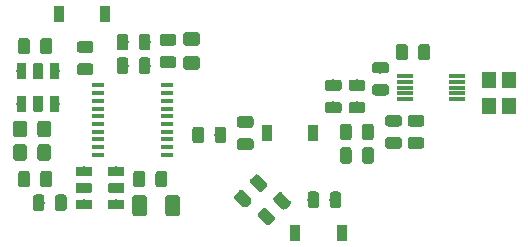
<source format=gbr>
G04 #@! TF.GenerationSoftware,KiCad,Pcbnew,(5.0.2-5)-5*
G04 #@! TF.CreationDate,2019-11-21T15:56:31-05:00*
G04 #@! TF.ProjectId,NEMA0183,4e454d41-3031-4383-932e-6b696361645f,rev?*
G04 #@! TF.SameCoordinates,Original*
G04 #@! TF.FileFunction,Paste,Top*
G04 #@! TF.FilePolarity,Positive*
%FSLAX46Y46*%
G04 Gerber Fmt 4.6, Leading zero omitted, Abs format (unit mm)*
G04 Created by KiCad (PCBNEW (5.0.2-5)-5) date Thursday, November 21, 2019 at 03:56:31 PM*
%MOMM*%
%LPD*%
G01*
G04 APERTURE LIST*
%ADD10C,0.100000*%
%ADD11C,1.150000*%
%ADD12C,0.800000*%
%ADD13R,1.000000X0.400000*%
%ADD14R,1.400000X0.300000*%
%ADD15R,0.900000X1.400000*%
%ADD16C,0.975000*%
%ADD17R,1.200000X1.400000*%
%ADD18C,1.250000*%
G04 APERTURE END LIST*
D10*
G04 #@! TO.C,R3*
G36*
X56574506Y-41301204D02*
X56598774Y-41304804D01*
X56622573Y-41310765D01*
X56645672Y-41319030D01*
X56667851Y-41329520D01*
X56688894Y-41342132D01*
X56708600Y-41356747D01*
X56726778Y-41373223D01*
X56743254Y-41391401D01*
X56757869Y-41411107D01*
X56770481Y-41432150D01*
X56780971Y-41454329D01*
X56789236Y-41477428D01*
X56795197Y-41501227D01*
X56798797Y-41525495D01*
X56800001Y-41549999D01*
X56800001Y-42450001D01*
X56798797Y-42474505D01*
X56795197Y-42498773D01*
X56789236Y-42522572D01*
X56780971Y-42545671D01*
X56770481Y-42567850D01*
X56757869Y-42588893D01*
X56743254Y-42608599D01*
X56726778Y-42626777D01*
X56708600Y-42643253D01*
X56688894Y-42657868D01*
X56667851Y-42670480D01*
X56645672Y-42680970D01*
X56622573Y-42689235D01*
X56598774Y-42695196D01*
X56574506Y-42698796D01*
X56550002Y-42700000D01*
X55900000Y-42700000D01*
X55875496Y-42698796D01*
X55851228Y-42695196D01*
X55827429Y-42689235D01*
X55804330Y-42680970D01*
X55782151Y-42670480D01*
X55761108Y-42657868D01*
X55741402Y-42643253D01*
X55723224Y-42626777D01*
X55706748Y-42608599D01*
X55692133Y-42588893D01*
X55679521Y-42567850D01*
X55669031Y-42545671D01*
X55660766Y-42522572D01*
X55654805Y-42498773D01*
X55651205Y-42474505D01*
X55650001Y-42450001D01*
X55650001Y-41549999D01*
X55651205Y-41525495D01*
X55654805Y-41501227D01*
X55660766Y-41477428D01*
X55669031Y-41454329D01*
X55679521Y-41432150D01*
X55692133Y-41411107D01*
X55706748Y-41391401D01*
X55723224Y-41373223D01*
X55741402Y-41356747D01*
X55761108Y-41342132D01*
X55782151Y-41329520D01*
X55804330Y-41319030D01*
X55827429Y-41310765D01*
X55851228Y-41304804D01*
X55875496Y-41301204D01*
X55900000Y-41300000D01*
X56550002Y-41300000D01*
X56574506Y-41301204D01*
X56574506Y-41301204D01*
G37*
D11*
X56225001Y-42000000D03*
D10*
G36*
X58624504Y-41301204D02*
X58648772Y-41304804D01*
X58672571Y-41310765D01*
X58695670Y-41319030D01*
X58717849Y-41329520D01*
X58738892Y-41342132D01*
X58758598Y-41356747D01*
X58776776Y-41373223D01*
X58793252Y-41391401D01*
X58807867Y-41411107D01*
X58820479Y-41432150D01*
X58830969Y-41454329D01*
X58839234Y-41477428D01*
X58845195Y-41501227D01*
X58848795Y-41525495D01*
X58849999Y-41549999D01*
X58849999Y-42450001D01*
X58848795Y-42474505D01*
X58845195Y-42498773D01*
X58839234Y-42522572D01*
X58830969Y-42545671D01*
X58820479Y-42567850D01*
X58807867Y-42588893D01*
X58793252Y-42608599D01*
X58776776Y-42626777D01*
X58758598Y-42643253D01*
X58738892Y-42657868D01*
X58717849Y-42670480D01*
X58695670Y-42680970D01*
X58672571Y-42689235D01*
X58648772Y-42695196D01*
X58624504Y-42698796D01*
X58600000Y-42700000D01*
X57949998Y-42700000D01*
X57925494Y-42698796D01*
X57901226Y-42695196D01*
X57877427Y-42689235D01*
X57854328Y-42680970D01*
X57832149Y-42670480D01*
X57811106Y-42657868D01*
X57791400Y-42643253D01*
X57773222Y-42626777D01*
X57756746Y-42608599D01*
X57742131Y-42588893D01*
X57729519Y-42567850D01*
X57719029Y-42545671D01*
X57710764Y-42522572D01*
X57704803Y-42498773D01*
X57701203Y-42474505D01*
X57699999Y-42450001D01*
X57699999Y-41549999D01*
X57701203Y-41525495D01*
X57704803Y-41501227D01*
X57710764Y-41477428D01*
X57719029Y-41454329D01*
X57729519Y-41432150D01*
X57742131Y-41411107D01*
X57756746Y-41391401D01*
X57773222Y-41373223D01*
X57791400Y-41356747D01*
X57811106Y-41342132D01*
X57832149Y-41329520D01*
X57854328Y-41319030D01*
X57877427Y-41310765D01*
X57901226Y-41304804D01*
X57925494Y-41301204D01*
X57949998Y-41300000D01*
X58600000Y-41300000D01*
X58624504Y-41301204D01*
X58624504Y-41301204D01*
G37*
D11*
X58274999Y-42000000D03*
G04 #@! TD*
D10*
G04 #@! TO.C,R2*
G36*
X56574505Y-43301204D02*
X56598773Y-43304804D01*
X56622572Y-43310765D01*
X56645671Y-43319030D01*
X56667850Y-43329520D01*
X56688893Y-43342132D01*
X56708599Y-43356747D01*
X56726777Y-43373223D01*
X56743253Y-43391401D01*
X56757868Y-43411107D01*
X56770480Y-43432150D01*
X56780970Y-43454329D01*
X56789235Y-43477428D01*
X56795196Y-43501227D01*
X56798796Y-43525495D01*
X56800000Y-43549999D01*
X56800000Y-44450001D01*
X56798796Y-44474505D01*
X56795196Y-44498773D01*
X56789235Y-44522572D01*
X56780970Y-44545671D01*
X56770480Y-44567850D01*
X56757868Y-44588893D01*
X56743253Y-44608599D01*
X56726777Y-44626777D01*
X56708599Y-44643253D01*
X56688893Y-44657868D01*
X56667850Y-44670480D01*
X56645671Y-44680970D01*
X56622572Y-44689235D01*
X56598773Y-44695196D01*
X56574505Y-44698796D01*
X56550001Y-44700000D01*
X55899999Y-44700000D01*
X55875495Y-44698796D01*
X55851227Y-44695196D01*
X55827428Y-44689235D01*
X55804329Y-44680970D01*
X55782150Y-44670480D01*
X55761107Y-44657868D01*
X55741401Y-44643253D01*
X55723223Y-44626777D01*
X55706747Y-44608599D01*
X55692132Y-44588893D01*
X55679520Y-44567850D01*
X55669030Y-44545671D01*
X55660765Y-44522572D01*
X55654804Y-44498773D01*
X55651204Y-44474505D01*
X55650000Y-44450001D01*
X55650000Y-43549999D01*
X55651204Y-43525495D01*
X55654804Y-43501227D01*
X55660765Y-43477428D01*
X55669030Y-43454329D01*
X55679520Y-43432150D01*
X55692132Y-43411107D01*
X55706747Y-43391401D01*
X55723223Y-43373223D01*
X55741401Y-43356747D01*
X55761107Y-43342132D01*
X55782150Y-43329520D01*
X55804329Y-43319030D01*
X55827428Y-43310765D01*
X55851227Y-43304804D01*
X55875495Y-43301204D01*
X55899999Y-43300000D01*
X56550001Y-43300000D01*
X56574505Y-43301204D01*
X56574505Y-43301204D01*
G37*
D11*
X56225000Y-44000000D03*
D10*
G36*
X58624505Y-43301204D02*
X58648773Y-43304804D01*
X58672572Y-43310765D01*
X58695671Y-43319030D01*
X58717850Y-43329520D01*
X58738893Y-43342132D01*
X58758599Y-43356747D01*
X58776777Y-43373223D01*
X58793253Y-43391401D01*
X58807868Y-43411107D01*
X58820480Y-43432150D01*
X58830970Y-43454329D01*
X58839235Y-43477428D01*
X58845196Y-43501227D01*
X58848796Y-43525495D01*
X58850000Y-43549999D01*
X58850000Y-44450001D01*
X58848796Y-44474505D01*
X58845196Y-44498773D01*
X58839235Y-44522572D01*
X58830970Y-44545671D01*
X58820480Y-44567850D01*
X58807868Y-44588893D01*
X58793253Y-44608599D01*
X58776777Y-44626777D01*
X58758599Y-44643253D01*
X58738893Y-44657868D01*
X58717850Y-44670480D01*
X58695671Y-44680970D01*
X58672572Y-44689235D01*
X58648773Y-44695196D01*
X58624505Y-44698796D01*
X58600001Y-44700000D01*
X57949999Y-44700000D01*
X57925495Y-44698796D01*
X57901227Y-44695196D01*
X57877428Y-44689235D01*
X57854329Y-44680970D01*
X57832150Y-44670480D01*
X57811107Y-44657868D01*
X57791401Y-44643253D01*
X57773223Y-44626777D01*
X57756747Y-44608599D01*
X57742132Y-44588893D01*
X57729520Y-44567850D01*
X57719030Y-44545671D01*
X57710765Y-44522572D01*
X57704804Y-44498773D01*
X57701204Y-44474505D01*
X57700000Y-44450001D01*
X57700000Y-43549999D01*
X57701204Y-43525495D01*
X57704804Y-43501227D01*
X57710765Y-43477428D01*
X57719030Y-43454329D01*
X57729520Y-43432150D01*
X57742132Y-43411107D01*
X57756747Y-43391401D01*
X57773223Y-43373223D01*
X57791401Y-43356747D01*
X57811107Y-43342132D01*
X57832150Y-43329520D01*
X57854329Y-43319030D01*
X57877428Y-43310765D01*
X57901227Y-43304804D01*
X57925495Y-43301204D01*
X57949999Y-43300000D01*
X58600001Y-43300000D01*
X58624505Y-43301204D01*
X58624505Y-43301204D01*
G37*
D11*
X58275000Y-44000000D03*
G04 #@! TD*
D10*
G04 #@! TO.C,R1*
G36*
X71224505Y-35851204D02*
X71248773Y-35854804D01*
X71272572Y-35860765D01*
X71295671Y-35869030D01*
X71317850Y-35879520D01*
X71338893Y-35892132D01*
X71358599Y-35906747D01*
X71376777Y-35923223D01*
X71393253Y-35941401D01*
X71407868Y-35961107D01*
X71420480Y-35982150D01*
X71430970Y-36004329D01*
X71439235Y-36027428D01*
X71445196Y-36051227D01*
X71448796Y-36075495D01*
X71450000Y-36099999D01*
X71450000Y-36750001D01*
X71448796Y-36774505D01*
X71445196Y-36798773D01*
X71439235Y-36822572D01*
X71430970Y-36845671D01*
X71420480Y-36867850D01*
X71407868Y-36888893D01*
X71393253Y-36908599D01*
X71376777Y-36926777D01*
X71358599Y-36943253D01*
X71338893Y-36957868D01*
X71317850Y-36970480D01*
X71295671Y-36980970D01*
X71272572Y-36989235D01*
X71248773Y-36995196D01*
X71224505Y-36998796D01*
X71200001Y-37000000D01*
X70299999Y-37000000D01*
X70275495Y-36998796D01*
X70251227Y-36995196D01*
X70227428Y-36989235D01*
X70204329Y-36980970D01*
X70182150Y-36970480D01*
X70161107Y-36957868D01*
X70141401Y-36943253D01*
X70123223Y-36926777D01*
X70106747Y-36908599D01*
X70092132Y-36888893D01*
X70079520Y-36867850D01*
X70069030Y-36845671D01*
X70060765Y-36822572D01*
X70054804Y-36798773D01*
X70051204Y-36774505D01*
X70050000Y-36750001D01*
X70050000Y-36099999D01*
X70051204Y-36075495D01*
X70054804Y-36051227D01*
X70060765Y-36027428D01*
X70069030Y-36004329D01*
X70079520Y-35982150D01*
X70092132Y-35961107D01*
X70106747Y-35941401D01*
X70123223Y-35923223D01*
X70141401Y-35906747D01*
X70161107Y-35892132D01*
X70182150Y-35879520D01*
X70204329Y-35869030D01*
X70227428Y-35860765D01*
X70251227Y-35854804D01*
X70275495Y-35851204D01*
X70299999Y-35850000D01*
X71200001Y-35850000D01*
X71224505Y-35851204D01*
X71224505Y-35851204D01*
G37*
D11*
X70750000Y-36425000D03*
D10*
G36*
X71224505Y-33801204D02*
X71248773Y-33804804D01*
X71272572Y-33810765D01*
X71295671Y-33819030D01*
X71317850Y-33829520D01*
X71338893Y-33842132D01*
X71358599Y-33856747D01*
X71376777Y-33873223D01*
X71393253Y-33891401D01*
X71407868Y-33911107D01*
X71420480Y-33932150D01*
X71430970Y-33954329D01*
X71439235Y-33977428D01*
X71445196Y-34001227D01*
X71448796Y-34025495D01*
X71450000Y-34049999D01*
X71450000Y-34700001D01*
X71448796Y-34724505D01*
X71445196Y-34748773D01*
X71439235Y-34772572D01*
X71430970Y-34795671D01*
X71420480Y-34817850D01*
X71407868Y-34838893D01*
X71393253Y-34858599D01*
X71376777Y-34876777D01*
X71358599Y-34893253D01*
X71338893Y-34907868D01*
X71317850Y-34920480D01*
X71295671Y-34930970D01*
X71272572Y-34939235D01*
X71248773Y-34945196D01*
X71224505Y-34948796D01*
X71200001Y-34950000D01*
X70299999Y-34950000D01*
X70275495Y-34948796D01*
X70251227Y-34945196D01*
X70227428Y-34939235D01*
X70204329Y-34930970D01*
X70182150Y-34920480D01*
X70161107Y-34907868D01*
X70141401Y-34893253D01*
X70123223Y-34876777D01*
X70106747Y-34858599D01*
X70092132Y-34838893D01*
X70079520Y-34817850D01*
X70069030Y-34795671D01*
X70060765Y-34772572D01*
X70054804Y-34748773D01*
X70051204Y-34724505D01*
X70050000Y-34700001D01*
X70050000Y-34049999D01*
X70051204Y-34025495D01*
X70054804Y-34001227D01*
X70060765Y-33977428D01*
X70069030Y-33954329D01*
X70079520Y-33932150D01*
X70092132Y-33911107D01*
X70106747Y-33891401D01*
X70123223Y-33873223D01*
X70141401Y-33856747D01*
X70161107Y-33842132D01*
X70182150Y-33829520D01*
X70204329Y-33819030D01*
X70227428Y-33810765D01*
X70251227Y-33804804D01*
X70275495Y-33801204D01*
X70299999Y-33800000D01*
X71200001Y-33800000D01*
X71224505Y-33801204D01*
X71224505Y-33801204D01*
G37*
D11*
X70750000Y-34375000D03*
G04 #@! TD*
D10*
G04 #@! TO.C,F2*
G36*
X59477841Y-39200385D02*
X59485607Y-39201537D01*
X59493223Y-39203445D01*
X59500615Y-39206090D01*
X59507712Y-39209446D01*
X59514446Y-39213482D01*
X59520751Y-39218159D01*
X59526569Y-39223431D01*
X59531841Y-39229249D01*
X59536518Y-39235554D01*
X59540554Y-39242288D01*
X59543910Y-39249385D01*
X59546555Y-39256777D01*
X59548463Y-39264393D01*
X59549615Y-39272159D01*
X59550000Y-39280000D01*
X59550000Y-40470000D01*
X59549615Y-40477841D01*
X59548463Y-40485607D01*
X59546555Y-40493223D01*
X59543910Y-40500615D01*
X59540554Y-40507712D01*
X59536518Y-40514446D01*
X59531841Y-40520751D01*
X59526569Y-40526569D01*
X59520751Y-40531841D01*
X59514446Y-40536518D01*
X59507712Y-40540554D01*
X59500615Y-40543910D01*
X59493223Y-40546555D01*
X59485607Y-40548463D01*
X59477841Y-40549615D01*
X59470000Y-40550000D01*
X58830000Y-40550000D01*
X58822159Y-40549615D01*
X58814393Y-40548463D01*
X58806777Y-40546555D01*
X58799385Y-40543910D01*
X58792288Y-40540554D01*
X58785554Y-40536518D01*
X58779249Y-40531841D01*
X58773431Y-40526569D01*
X58768159Y-40520751D01*
X58763482Y-40514446D01*
X58759446Y-40507712D01*
X58756090Y-40500615D01*
X58753445Y-40493223D01*
X58751537Y-40485607D01*
X58750385Y-40477841D01*
X58750000Y-40470000D01*
X58750000Y-39280000D01*
X58750385Y-39272159D01*
X58751537Y-39264393D01*
X58753445Y-39256777D01*
X58756090Y-39249385D01*
X58759446Y-39242288D01*
X58763482Y-39235554D01*
X58768159Y-39229249D01*
X58773431Y-39223431D01*
X58779249Y-39218159D01*
X58785554Y-39213482D01*
X58792288Y-39209446D01*
X58799385Y-39206090D01*
X58806777Y-39203445D01*
X58814393Y-39201537D01*
X58822159Y-39200385D01*
X58830000Y-39200000D01*
X59470000Y-39200000D01*
X59477841Y-39200385D01*
X59477841Y-39200385D01*
G37*
D12*
X59150000Y-39875000D03*
D10*
G36*
X56677841Y-39200385D02*
X56685607Y-39201537D01*
X56693223Y-39203445D01*
X56700615Y-39206090D01*
X56707712Y-39209446D01*
X56714446Y-39213482D01*
X56720751Y-39218159D01*
X56726569Y-39223431D01*
X56731841Y-39229249D01*
X56736518Y-39235554D01*
X56740554Y-39242288D01*
X56743910Y-39249385D01*
X56746555Y-39256777D01*
X56748463Y-39264393D01*
X56749615Y-39272159D01*
X56750000Y-39280000D01*
X56750000Y-40470000D01*
X56749615Y-40477841D01*
X56748463Y-40485607D01*
X56746555Y-40493223D01*
X56743910Y-40500615D01*
X56740554Y-40507712D01*
X56736518Y-40514446D01*
X56731841Y-40520751D01*
X56726569Y-40526569D01*
X56720751Y-40531841D01*
X56714446Y-40536518D01*
X56707712Y-40540554D01*
X56700615Y-40543910D01*
X56693223Y-40546555D01*
X56685607Y-40548463D01*
X56677841Y-40549615D01*
X56670000Y-40550000D01*
X56030000Y-40550000D01*
X56022159Y-40549615D01*
X56014393Y-40548463D01*
X56006777Y-40546555D01*
X55999385Y-40543910D01*
X55992288Y-40540554D01*
X55985554Y-40536518D01*
X55979249Y-40531841D01*
X55973431Y-40526569D01*
X55968159Y-40520751D01*
X55963482Y-40514446D01*
X55959446Y-40507712D01*
X55956090Y-40500615D01*
X55953445Y-40493223D01*
X55951537Y-40485607D01*
X55950385Y-40477841D01*
X55950000Y-40470000D01*
X55950000Y-39280000D01*
X55950385Y-39272159D01*
X55951537Y-39264393D01*
X55953445Y-39256777D01*
X55956090Y-39249385D01*
X55959446Y-39242288D01*
X55963482Y-39235554D01*
X55968159Y-39229249D01*
X55973431Y-39223431D01*
X55979249Y-39218159D01*
X55985554Y-39213482D01*
X55992288Y-39209446D01*
X55999385Y-39206090D01*
X56006777Y-39203445D01*
X56014393Y-39201537D01*
X56022159Y-39200385D01*
X56030000Y-39200000D01*
X56670000Y-39200000D01*
X56677841Y-39200385D01*
X56677841Y-39200385D01*
G37*
D12*
X56350000Y-39875000D03*
D10*
G36*
X58077841Y-39200385D02*
X58085607Y-39201537D01*
X58093223Y-39203445D01*
X58100615Y-39206090D01*
X58107712Y-39209446D01*
X58114446Y-39213482D01*
X58120751Y-39218159D01*
X58126569Y-39223431D01*
X58131841Y-39229249D01*
X58136518Y-39235554D01*
X58140554Y-39242288D01*
X58143910Y-39249385D01*
X58146555Y-39256777D01*
X58148463Y-39264393D01*
X58149615Y-39272159D01*
X58150000Y-39280000D01*
X58150000Y-40470000D01*
X58149615Y-40477841D01*
X58148463Y-40485607D01*
X58146555Y-40493223D01*
X58143910Y-40500615D01*
X58140554Y-40507712D01*
X58136518Y-40514446D01*
X58131841Y-40520751D01*
X58126569Y-40526569D01*
X58120751Y-40531841D01*
X58114446Y-40536518D01*
X58107712Y-40540554D01*
X58100615Y-40543910D01*
X58093223Y-40546555D01*
X58085607Y-40548463D01*
X58077841Y-40549615D01*
X58070000Y-40550000D01*
X57430000Y-40550000D01*
X57422159Y-40549615D01*
X57414393Y-40548463D01*
X57406777Y-40546555D01*
X57399385Y-40543910D01*
X57392288Y-40540554D01*
X57385554Y-40536518D01*
X57379249Y-40531841D01*
X57373431Y-40526569D01*
X57368159Y-40520751D01*
X57363482Y-40514446D01*
X57359446Y-40507712D01*
X57356090Y-40500615D01*
X57353445Y-40493223D01*
X57351537Y-40485607D01*
X57350385Y-40477841D01*
X57350000Y-40470000D01*
X57350000Y-39280000D01*
X57350385Y-39272159D01*
X57351537Y-39264393D01*
X57353445Y-39256777D01*
X57356090Y-39249385D01*
X57359446Y-39242288D01*
X57363482Y-39235554D01*
X57368159Y-39229249D01*
X57373431Y-39223431D01*
X57379249Y-39218159D01*
X57385554Y-39213482D01*
X57392288Y-39209446D01*
X57399385Y-39206090D01*
X57406777Y-39203445D01*
X57414393Y-39201537D01*
X57422159Y-39200385D01*
X57430000Y-39200000D01*
X58070000Y-39200000D01*
X58077841Y-39200385D01*
X58077841Y-39200385D01*
G37*
D12*
X57750000Y-39875000D03*
D10*
G36*
X59477841Y-36450385D02*
X59485607Y-36451537D01*
X59493223Y-36453445D01*
X59500615Y-36456090D01*
X59507712Y-36459446D01*
X59514446Y-36463482D01*
X59520751Y-36468159D01*
X59526569Y-36473431D01*
X59531841Y-36479249D01*
X59536518Y-36485554D01*
X59540554Y-36492288D01*
X59543910Y-36499385D01*
X59546555Y-36506777D01*
X59548463Y-36514393D01*
X59549615Y-36522159D01*
X59550000Y-36530000D01*
X59550000Y-37720000D01*
X59549615Y-37727841D01*
X59548463Y-37735607D01*
X59546555Y-37743223D01*
X59543910Y-37750615D01*
X59540554Y-37757712D01*
X59536518Y-37764446D01*
X59531841Y-37770751D01*
X59526569Y-37776569D01*
X59520751Y-37781841D01*
X59514446Y-37786518D01*
X59507712Y-37790554D01*
X59500615Y-37793910D01*
X59493223Y-37796555D01*
X59485607Y-37798463D01*
X59477841Y-37799615D01*
X59470000Y-37800000D01*
X58830000Y-37800000D01*
X58822159Y-37799615D01*
X58814393Y-37798463D01*
X58806777Y-37796555D01*
X58799385Y-37793910D01*
X58792288Y-37790554D01*
X58785554Y-37786518D01*
X58779249Y-37781841D01*
X58773431Y-37776569D01*
X58768159Y-37770751D01*
X58763482Y-37764446D01*
X58759446Y-37757712D01*
X58756090Y-37750615D01*
X58753445Y-37743223D01*
X58751537Y-37735607D01*
X58750385Y-37727841D01*
X58750000Y-37720000D01*
X58750000Y-36530000D01*
X58750385Y-36522159D01*
X58751537Y-36514393D01*
X58753445Y-36506777D01*
X58756090Y-36499385D01*
X58759446Y-36492288D01*
X58763482Y-36485554D01*
X58768159Y-36479249D01*
X58773431Y-36473431D01*
X58779249Y-36468159D01*
X58785554Y-36463482D01*
X58792288Y-36459446D01*
X58799385Y-36456090D01*
X58806777Y-36453445D01*
X58814393Y-36451537D01*
X58822159Y-36450385D01*
X58830000Y-36450000D01*
X59470000Y-36450000D01*
X59477841Y-36450385D01*
X59477841Y-36450385D01*
G37*
D12*
X59150000Y-37125000D03*
D10*
G36*
X56677841Y-36450385D02*
X56685607Y-36451537D01*
X56693223Y-36453445D01*
X56700615Y-36456090D01*
X56707712Y-36459446D01*
X56714446Y-36463482D01*
X56720751Y-36468159D01*
X56726569Y-36473431D01*
X56731841Y-36479249D01*
X56736518Y-36485554D01*
X56740554Y-36492288D01*
X56743910Y-36499385D01*
X56746555Y-36506777D01*
X56748463Y-36514393D01*
X56749615Y-36522159D01*
X56750000Y-36530000D01*
X56750000Y-37720000D01*
X56749615Y-37727841D01*
X56748463Y-37735607D01*
X56746555Y-37743223D01*
X56743910Y-37750615D01*
X56740554Y-37757712D01*
X56736518Y-37764446D01*
X56731841Y-37770751D01*
X56726569Y-37776569D01*
X56720751Y-37781841D01*
X56714446Y-37786518D01*
X56707712Y-37790554D01*
X56700615Y-37793910D01*
X56693223Y-37796555D01*
X56685607Y-37798463D01*
X56677841Y-37799615D01*
X56670000Y-37800000D01*
X56030000Y-37800000D01*
X56022159Y-37799615D01*
X56014393Y-37798463D01*
X56006777Y-37796555D01*
X55999385Y-37793910D01*
X55992288Y-37790554D01*
X55985554Y-37786518D01*
X55979249Y-37781841D01*
X55973431Y-37776569D01*
X55968159Y-37770751D01*
X55963482Y-37764446D01*
X55959446Y-37757712D01*
X55956090Y-37750615D01*
X55953445Y-37743223D01*
X55951537Y-37735607D01*
X55950385Y-37727841D01*
X55950000Y-37720000D01*
X55950000Y-36530000D01*
X55950385Y-36522159D01*
X55951537Y-36514393D01*
X55953445Y-36506777D01*
X55956090Y-36499385D01*
X55959446Y-36492288D01*
X55963482Y-36485554D01*
X55968159Y-36479249D01*
X55973431Y-36473431D01*
X55979249Y-36468159D01*
X55985554Y-36463482D01*
X55992288Y-36459446D01*
X55999385Y-36456090D01*
X56006777Y-36453445D01*
X56014393Y-36451537D01*
X56022159Y-36450385D01*
X56030000Y-36450000D01*
X56670000Y-36450000D01*
X56677841Y-36450385D01*
X56677841Y-36450385D01*
G37*
D12*
X56350000Y-37125000D03*
D10*
G36*
X58077841Y-36450385D02*
X58085607Y-36451537D01*
X58093223Y-36453445D01*
X58100615Y-36456090D01*
X58107712Y-36459446D01*
X58114446Y-36463482D01*
X58120751Y-36468159D01*
X58126569Y-36473431D01*
X58131841Y-36479249D01*
X58136518Y-36485554D01*
X58140554Y-36492288D01*
X58143910Y-36499385D01*
X58146555Y-36506777D01*
X58148463Y-36514393D01*
X58149615Y-36522159D01*
X58150000Y-36530000D01*
X58150000Y-37720000D01*
X58149615Y-37727841D01*
X58148463Y-37735607D01*
X58146555Y-37743223D01*
X58143910Y-37750615D01*
X58140554Y-37757712D01*
X58136518Y-37764446D01*
X58131841Y-37770751D01*
X58126569Y-37776569D01*
X58120751Y-37781841D01*
X58114446Y-37786518D01*
X58107712Y-37790554D01*
X58100615Y-37793910D01*
X58093223Y-37796555D01*
X58085607Y-37798463D01*
X58077841Y-37799615D01*
X58070000Y-37800000D01*
X57430000Y-37800000D01*
X57422159Y-37799615D01*
X57414393Y-37798463D01*
X57406777Y-37796555D01*
X57399385Y-37793910D01*
X57392288Y-37790554D01*
X57385554Y-37786518D01*
X57379249Y-37781841D01*
X57373431Y-37776569D01*
X57368159Y-37770751D01*
X57363482Y-37764446D01*
X57359446Y-37757712D01*
X57356090Y-37750615D01*
X57353445Y-37743223D01*
X57351537Y-37735607D01*
X57350385Y-37727841D01*
X57350000Y-37720000D01*
X57350000Y-36530000D01*
X57350385Y-36522159D01*
X57351537Y-36514393D01*
X57353445Y-36506777D01*
X57356090Y-36499385D01*
X57359446Y-36492288D01*
X57363482Y-36485554D01*
X57368159Y-36479249D01*
X57373431Y-36473431D01*
X57379249Y-36468159D01*
X57385554Y-36463482D01*
X57392288Y-36459446D01*
X57399385Y-36456090D01*
X57406777Y-36453445D01*
X57414393Y-36451537D01*
X57422159Y-36450385D01*
X57430000Y-36450000D01*
X58070000Y-36450000D01*
X58077841Y-36450385D01*
X58077841Y-36450385D01*
G37*
D12*
X57750000Y-37125000D03*
G04 #@! TD*
D13*
G04 #@! TO.C,U1*
X68650000Y-44175000D03*
X68650000Y-43525000D03*
X68650000Y-42875000D03*
X68650000Y-42225000D03*
X68650000Y-41575000D03*
X68650000Y-40925000D03*
X68650000Y-40275000D03*
X68650000Y-39625000D03*
X68650000Y-38975000D03*
X68650000Y-38325000D03*
X62850000Y-38325000D03*
X62850000Y-38975000D03*
X62850000Y-39625000D03*
X62850000Y-40275000D03*
X62850000Y-40925000D03*
X62850000Y-41575000D03*
X62850000Y-42225000D03*
X62850000Y-42875000D03*
X62850000Y-43525000D03*
X62850000Y-44175000D03*
G04 #@! TD*
D10*
G04 #@! TO.C,F1*
G36*
X64977841Y-46600385D02*
X64985607Y-46601537D01*
X64993223Y-46603445D01*
X65000615Y-46606090D01*
X65007712Y-46609446D01*
X65014446Y-46613482D01*
X65020751Y-46618159D01*
X65026569Y-46623431D01*
X65031841Y-46629249D01*
X65036518Y-46635554D01*
X65040554Y-46642288D01*
X65043910Y-46649385D01*
X65046555Y-46656777D01*
X65048463Y-46664393D01*
X65049615Y-46672159D01*
X65050000Y-46680000D01*
X65050000Y-47320000D01*
X65049615Y-47327841D01*
X65048463Y-47335607D01*
X65046555Y-47343223D01*
X65043910Y-47350615D01*
X65040554Y-47357712D01*
X65036518Y-47364446D01*
X65031841Y-47370751D01*
X65026569Y-47376569D01*
X65020751Y-47381841D01*
X65014446Y-47386518D01*
X65007712Y-47390554D01*
X65000615Y-47393910D01*
X64993223Y-47396555D01*
X64985607Y-47398463D01*
X64977841Y-47399615D01*
X64970000Y-47400000D01*
X63780000Y-47400000D01*
X63772159Y-47399615D01*
X63764393Y-47398463D01*
X63756777Y-47396555D01*
X63749385Y-47393910D01*
X63742288Y-47390554D01*
X63735554Y-47386518D01*
X63729249Y-47381841D01*
X63723431Y-47376569D01*
X63718159Y-47370751D01*
X63713482Y-47364446D01*
X63709446Y-47357712D01*
X63706090Y-47350615D01*
X63703445Y-47343223D01*
X63701537Y-47335607D01*
X63700385Y-47327841D01*
X63700000Y-47320000D01*
X63700000Y-46680000D01*
X63700385Y-46672159D01*
X63701537Y-46664393D01*
X63703445Y-46656777D01*
X63706090Y-46649385D01*
X63709446Y-46642288D01*
X63713482Y-46635554D01*
X63718159Y-46629249D01*
X63723431Y-46623431D01*
X63729249Y-46618159D01*
X63735554Y-46613482D01*
X63742288Y-46609446D01*
X63749385Y-46606090D01*
X63756777Y-46603445D01*
X63764393Y-46601537D01*
X63772159Y-46600385D01*
X63780000Y-46600000D01*
X64970000Y-46600000D01*
X64977841Y-46600385D01*
X64977841Y-46600385D01*
G37*
D12*
X64375000Y-47000000D03*
D10*
G36*
X64977841Y-45200385D02*
X64985607Y-45201537D01*
X64993223Y-45203445D01*
X65000615Y-45206090D01*
X65007712Y-45209446D01*
X65014446Y-45213482D01*
X65020751Y-45218159D01*
X65026569Y-45223431D01*
X65031841Y-45229249D01*
X65036518Y-45235554D01*
X65040554Y-45242288D01*
X65043910Y-45249385D01*
X65046555Y-45256777D01*
X65048463Y-45264393D01*
X65049615Y-45272159D01*
X65050000Y-45280000D01*
X65050000Y-45920000D01*
X65049615Y-45927841D01*
X65048463Y-45935607D01*
X65046555Y-45943223D01*
X65043910Y-45950615D01*
X65040554Y-45957712D01*
X65036518Y-45964446D01*
X65031841Y-45970751D01*
X65026569Y-45976569D01*
X65020751Y-45981841D01*
X65014446Y-45986518D01*
X65007712Y-45990554D01*
X65000615Y-45993910D01*
X64993223Y-45996555D01*
X64985607Y-45998463D01*
X64977841Y-45999615D01*
X64970000Y-46000000D01*
X63780000Y-46000000D01*
X63772159Y-45999615D01*
X63764393Y-45998463D01*
X63756777Y-45996555D01*
X63749385Y-45993910D01*
X63742288Y-45990554D01*
X63735554Y-45986518D01*
X63729249Y-45981841D01*
X63723431Y-45976569D01*
X63718159Y-45970751D01*
X63713482Y-45964446D01*
X63709446Y-45957712D01*
X63706090Y-45950615D01*
X63703445Y-45943223D01*
X63701537Y-45935607D01*
X63700385Y-45927841D01*
X63700000Y-45920000D01*
X63700000Y-45280000D01*
X63700385Y-45272159D01*
X63701537Y-45264393D01*
X63703445Y-45256777D01*
X63706090Y-45249385D01*
X63709446Y-45242288D01*
X63713482Y-45235554D01*
X63718159Y-45229249D01*
X63723431Y-45223431D01*
X63729249Y-45218159D01*
X63735554Y-45213482D01*
X63742288Y-45209446D01*
X63749385Y-45206090D01*
X63756777Y-45203445D01*
X63764393Y-45201537D01*
X63772159Y-45200385D01*
X63780000Y-45200000D01*
X64970000Y-45200000D01*
X64977841Y-45200385D01*
X64977841Y-45200385D01*
G37*
D12*
X64375000Y-45600000D03*
D10*
G36*
X64977841Y-48000385D02*
X64985607Y-48001537D01*
X64993223Y-48003445D01*
X65000615Y-48006090D01*
X65007712Y-48009446D01*
X65014446Y-48013482D01*
X65020751Y-48018159D01*
X65026569Y-48023431D01*
X65031841Y-48029249D01*
X65036518Y-48035554D01*
X65040554Y-48042288D01*
X65043910Y-48049385D01*
X65046555Y-48056777D01*
X65048463Y-48064393D01*
X65049615Y-48072159D01*
X65050000Y-48080000D01*
X65050000Y-48720000D01*
X65049615Y-48727841D01*
X65048463Y-48735607D01*
X65046555Y-48743223D01*
X65043910Y-48750615D01*
X65040554Y-48757712D01*
X65036518Y-48764446D01*
X65031841Y-48770751D01*
X65026569Y-48776569D01*
X65020751Y-48781841D01*
X65014446Y-48786518D01*
X65007712Y-48790554D01*
X65000615Y-48793910D01*
X64993223Y-48796555D01*
X64985607Y-48798463D01*
X64977841Y-48799615D01*
X64970000Y-48800000D01*
X63780000Y-48800000D01*
X63772159Y-48799615D01*
X63764393Y-48798463D01*
X63756777Y-48796555D01*
X63749385Y-48793910D01*
X63742288Y-48790554D01*
X63735554Y-48786518D01*
X63729249Y-48781841D01*
X63723431Y-48776569D01*
X63718159Y-48770751D01*
X63713482Y-48764446D01*
X63709446Y-48757712D01*
X63706090Y-48750615D01*
X63703445Y-48743223D01*
X63701537Y-48735607D01*
X63700385Y-48727841D01*
X63700000Y-48720000D01*
X63700000Y-48080000D01*
X63700385Y-48072159D01*
X63701537Y-48064393D01*
X63703445Y-48056777D01*
X63706090Y-48049385D01*
X63709446Y-48042288D01*
X63713482Y-48035554D01*
X63718159Y-48029249D01*
X63723431Y-48023431D01*
X63729249Y-48018159D01*
X63735554Y-48013482D01*
X63742288Y-48009446D01*
X63749385Y-48006090D01*
X63756777Y-48003445D01*
X63764393Y-48001537D01*
X63772159Y-48000385D01*
X63780000Y-48000000D01*
X64970000Y-48000000D01*
X64977841Y-48000385D01*
X64977841Y-48000385D01*
G37*
D12*
X64375000Y-48400000D03*
D10*
G36*
X62227841Y-46600385D02*
X62235607Y-46601537D01*
X62243223Y-46603445D01*
X62250615Y-46606090D01*
X62257712Y-46609446D01*
X62264446Y-46613482D01*
X62270751Y-46618159D01*
X62276569Y-46623431D01*
X62281841Y-46629249D01*
X62286518Y-46635554D01*
X62290554Y-46642288D01*
X62293910Y-46649385D01*
X62296555Y-46656777D01*
X62298463Y-46664393D01*
X62299615Y-46672159D01*
X62300000Y-46680000D01*
X62300000Y-47320000D01*
X62299615Y-47327841D01*
X62298463Y-47335607D01*
X62296555Y-47343223D01*
X62293910Y-47350615D01*
X62290554Y-47357712D01*
X62286518Y-47364446D01*
X62281841Y-47370751D01*
X62276569Y-47376569D01*
X62270751Y-47381841D01*
X62264446Y-47386518D01*
X62257712Y-47390554D01*
X62250615Y-47393910D01*
X62243223Y-47396555D01*
X62235607Y-47398463D01*
X62227841Y-47399615D01*
X62220000Y-47400000D01*
X61030000Y-47400000D01*
X61022159Y-47399615D01*
X61014393Y-47398463D01*
X61006777Y-47396555D01*
X60999385Y-47393910D01*
X60992288Y-47390554D01*
X60985554Y-47386518D01*
X60979249Y-47381841D01*
X60973431Y-47376569D01*
X60968159Y-47370751D01*
X60963482Y-47364446D01*
X60959446Y-47357712D01*
X60956090Y-47350615D01*
X60953445Y-47343223D01*
X60951537Y-47335607D01*
X60950385Y-47327841D01*
X60950000Y-47320000D01*
X60950000Y-46680000D01*
X60950385Y-46672159D01*
X60951537Y-46664393D01*
X60953445Y-46656777D01*
X60956090Y-46649385D01*
X60959446Y-46642288D01*
X60963482Y-46635554D01*
X60968159Y-46629249D01*
X60973431Y-46623431D01*
X60979249Y-46618159D01*
X60985554Y-46613482D01*
X60992288Y-46609446D01*
X60999385Y-46606090D01*
X61006777Y-46603445D01*
X61014393Y-46601537D01*
X61022159Y-46600385D01*
X61030000Y-46600000D01*
X62220000Y-46600000D01*
X62227841Y-46600385D01*
X62227841Y-46600385D01*
G37*
D12*
X61625000Y-47000000D03*
D10*
G36*
X62227841Y-45200385D02*
X62235607Y-45201537D01*
X62243223Y-45203445D01*
X62250615Y-45206090D01*
X62257712Y-45209446D01*
X62264446Y-45213482D01*
X62270751Y-45218159D01*
X62276569Y-45223431D01*
X62281841Y-45229249D01*
X62286518Y-45235554D01*
X62290554Y-45242288D01*
X62293910Y-45249385D01*
X62296555Y-45256777D01*
X62298463Y-45264393D01*
X62299615Y-45272159D01*
X62300000Y-45280000D01*
X62300000Y-45920000D01*
X62299615Y-45927841D01*
X62298463Y-45935607D01*
X62296555Y-45943223D01*
X62293910Y-45950615D01*
X62290554Y-45957712D01*
X62286518Y-45964446D01*
X62281841Y-45970751D01*
X62276569Y-45976569D01*
X62270751Y-45981841D01*
X62264446Y-45986518D01*
X62257712Y-45990554D01*
X62250615Y-45993910D01*
X62243223Y-45996555D01*
X62235607Y-45998463D01*
X62227841Y-45999615D01*
X62220000Y-46000000D01*
X61030000Y-46000000D01*
X61022159Y-45999615D01*
X61014393Y-45998463D01*
X61006777Y-45996555D01*
X60999385Y-45993910D01*
X60992288Y-45990554D01*
X60985554Y-45986518D01*
X60979249Y-45981841D01*
X60973431Y-45976569D01*
X60968159Y-45970751D01*
X60963482Y-45964446D01*
X60959446Y-45957712D01*
X60956090Y-45950615D01*
X60953445Y-45943223D01*
X60951537Y-45935607D01*
X60950385Y-45927841D01*
X60950000Y-45920000D01*
X60950000Y-45280000D01*
X60950385Y-45272159D01*
X60951537Y-45264393D01*
X60953445Y-45256777D01*
X60956090Y-45249385D01*
X60959446Y-45242288D01*
X60963482Y-45235554D01*
X60968159Y-45229249D01*
X60973431Y-45223431D01*
X60979249Y-45218159D01*
X60985554Y-45213482D01*
X60992288Y-45209446D01*
X60999385Y-45206090D01*
X61006777Y-45203445D01*
X61014393Y-45201537D01*
X61022159Y-45200385D01*
X61030000Y-45200000D01*
X62220000Y-45200000D01*
X62227841Y-45200385D01*
X62227841Y-45200385D01*
G37*
D12*
X61625000Y-45600000D03*
D10*
G36*
X62227841Y-48000385D02*
X62235607Y-48001537D01*
X62243223Y-48003445D01*
X62250615Y-48006090D01*
X62257712Y-48009446D01*
X62264446Y-48013482D01*
X62270751Y-48018159D01*
X62276569Y-48023431D01*
X62281841Y-48029249D01*
X62286518Y-48035554D01*
X62290554Y-48042288D01*
X62293910Y-48049385D01*
X62296555Y-48056777D01*
X62298463Y-48064393D01*
X62299615Y-48072159D01*
X62300000Y-48080000D01*
X62300000Y-48720000D01*
X62299615Y-48727841D01*
X62298463Y-48735607D01*
X62296555Y-48743223D01*
X62293910Y-48750615D01*
X62290554Y-48757712D01*
X62286518Y-48764446D01*
X62281841Y-48770751D01*
X62276569Y-48776569D01*
X62270751Y-48781841D01*
X62264446Y-48786518D01*
X62257712Y-48790554D01*
X62250615Y-48793910D01*
X62243223Y-48796555D01*
X62235607Y-48798463D01*
X62227841Y-48799615D01*
X62220000Y-48800000D01*
X61030000Y-48800000D01*
X61022159Y-48799615D01*
X61014393Y-48798463D01*
X61006777Y-48796555D01*
X60999385Y-48793910D01*
X60992288Y-48790554D01*
X60985554Y-48786518D01*
X60979249Y-48781841D01*
X60973431Y-48776569D01*
X60968159Y-48770751D01*
X60963482Y-48764446D01*
X60959446Y-48757712D01*
X60956090Y-48750615D01*
X60953445Y-48743223D01*
X60951537Y-48735607D01*
X60950385Y-48727841D01*
X60950000Y-48720000D01*
X60950000Y-48080000D01*
X60950385Y-48072159D01*
X60951537Y-48064393D01*
X60953445Y-48056777D01*
X60956090Y-48049385D01*
X60959446Y-48042288D01*
X60963482Y-48035554D01*
X60968159Y-48029249D01*
X60973431Y-48023431D01*
X60979249Y-48018159D01*
X60985554Y-48013482D01*
X60992288Y-48009446D01*
X60999385Y-48006090D01*
X61006777Y-48003445D01*
X61014393Y-48001537D01*
X61022159Y-48000385D01*
X61030000Y-48000000D01*
X62220000Y-48000000D01*
X62227841Y-48000385D01*
X62227841Y-48000385D01*
G37*
D12*
X61625000Y-48400000D03*
G04 #@! TD*
D14*
G04 #@! TO.C,LO_U1*
X93200000Y-39500000D03*
X93200000Y-39000000D03*
X93200000Y-38500000D03*
X93200000Y-38000000D03*
X93200000Y-37500000D03*
X88800000Y-37500000D03*
X88800000Y-38000000D03*
X88800000Y-38500000D03*
X88800000Y-39000000D03*
X88800000Y-39500000D03*
G04 #@! TD*
D15*
G04 #@! TO.C,LOTRIM1*
X77150000Y-42350000D03*
X81050000Y-42350000D03*
G04 #@! TD*
G04 #@! TO.C,QTRIM1*
X63450000Y-32250000D03*
X59550000Y-32250000D03*
G04 #@! TD*
G04 #@! TO.C,RFTRIM1*
X83450000Y-50800000D03*
X79550000Y-50800000D03*
G04 #@! TD*
D10*
G04 #@! TO.C,C16*
G36*
X67055142Y-33951174D02*
X67078803Y-33954684D01*
X67102007Y-33960496D01*
X67124529Y-33968554D01*
X67146153Y-33978782D01*
X67166670Y-33991079D01*
X67185883Y-34005329D01*
X67203607Y-34021393D01*
X67219671Y-34039117D01*
X67233921Y-34058330D01*
X67246218Y-34078847D01*
X67256446Y-34100471D01*
X67264504Y-34122993D01*
X67270316Y-34146197D01*
X67273826Y-34169858D01*
X67275000Y-34193750D01*
X67275000Y-35106250D01*
X67273826Y-35130142D01*
X67270316Y-35153803D01*
X67264504Y-35177007D01*
X67256446Y-35199529D01*
X67246218Y-35221153D01*
X67233921Y-35241670D01*
X67219671Y-35260883D01*
X67203607Y-35278607D01*
X67185883Y-35294671D01*
X67166670Y-35308921D01*
X67146153Y-35321218D01*
X67124529Y-35331446D01*
X67102007Y-35339504D01*
X67078803Y-35345316D01*
X67055142Y-35348826D01*
X67031250Y-35350000D01*
X66543750Y-35350000D01*
X66519858Y-35348826D01*
X66496197Y-35345316D01*
X66472993Y-35339504D01*
X66450471Y-35331446D01*
X66428847Y-35321218D01*
X66408330Y-35308921D01*
X66389117Y-35294671D01*
X66371393Y-35278607D01*
X66355329Y-35260883D01*
X66341079Y-35241670D01*
X66328782Y-35221153D01*
X66318554Y-35199529D01*
X66310496Y-35177007D01*
X66304684Y-35153803D01*
X66301174Y-35130142D01*
X66300000Y-35106250D01*
X66300000Y-34193750D01*
X66301174Y-34169858D01*
X66304684Y-34146197D01*
X66310496Y-34122993D01*
X66318554Y-34100471D01*
X66328782Y-34078847D01*
X66341079Y-34058330D01*
X66355329Y-34039117D01*
X66371393Y-34021393D01*
X66389117Y-34005329D01*
X66408330Y-33991079D01*
X66428847Y-33978782D01*
X66450471Y-33968554D01*
X66472993Y-33960496D01*
X66496197Y-33954684D01*
X66519858Y-33951174D01*
X66543750Y-33950000D01*
X67031250Y-33950000D01*
X67055142Y-33951174D01*
X67055142Y-33951174D01*
G37*
D16*
X66787500Y-34650000D03*
D10*
G36*
X65180142Y-33951174D02*
X65203803Y-33954684D01*
X65227007Y-33960496D01*
X65249529Y-33968554D01*
X65271153Y-33978782D01*
X65291670Y-33991079D01*
X65310883Y-34005329D01*
X65328607Y-34021393D01*
X65344671Y-34039117D01*
X65358921Y-34058330D01*
X65371218Y-34078847D01*
X65381446Y-34100471D01*
X65389504Y-34122993D01*
X65395316Y-34146197D01*
X65398826Y-34169858D01*
X65400000Y-34193750D01*
X65400000Y-35106250D01*
X65398826Y-35130142D01*
X65395316Y-35153803D01*
X65389504Y-35177007D01*
X65381446Y-35199529D01*
X65371218Y-35221153D01*
X65358921Y-35241670D01*
X65344671Y-35260883D01*
X65328607Y-35278607D01*
X65310883Y-35294671D01*
X65291670Y-35308921D01*
X65271153Y-35321218D01*
X65249529Y-35331446D01*
X65227007Y-35339504D01*
X65203803Y-35345316D01*
X65180142Y-35348826D01*
X65156250Y-35350000D01*
X64668750Y-35350000D01*
X64644858Y-35348826D01*
X64621197Y-35345316D01*
X64597993Y-35339504D01*
X64575471Y-35331446D01*
X64553847Y-35321218D01*
X64533330Y-35308921D01*
X64514117Y-35294671D01*
X64496393Y-35278607D01*
X64480329Y-35260883D01*
X64466079Y-35241670D01*
X64453782Y-35221153D01*
X64443554Y-35199529D01*
X64435496Y-35177007D01*
X64429684Y-35153803D01*
X64426174Y-35130142D01*
X64425000Y-35106250D01*
X64425000Y-34193750D01*
X64426174Y-34169858D01*
X64429684Y-34146197D01*
X64435496Y-34122993D01*
X64443554Y-34100471D01*
X64453782Y-34078847D01*
X64466079Y-34058330D01*
X64480329Y-34039117D01*
X64496393Y-34021393D01*
X64514117Y-34005329D01*
X64533330Y-33991079D01*
X64553847Y-33978782D01*
X64575471Y-33968554D01*
X64597993Y-33960496D01*
X64621197Y-33954684D01*
X64644858Y-33951174D01*
X64668750Y-33950000D01*
X65156250Y-33950000D01*
X65180142Y-33951174D01*
X65180142Y-33951174D01*
G37*
D16*
X64912500Y-34650000D03*
G04 #@! TD*
D10*
G04 #@! TO.C,C17*
G36*
X66580142Y-45551174D02*
X66603803Y-45554684D01*
X66627007Y-45560496D01*
X66649529Y-45568554D01*
X66671153Y-45578782D01*
X66691670Y-45591079D01*
X66710883Y-45605329D01*
X66728607Y-45621393D01*
X66744671Y-45639117D01*
X66758921Y-45658330D01*
X66771218Y-45678847D01*
X66781446Y-45700471D01*
X66789504Y-45722993D01*
X66795316Y-45746197D01*
X66798826Y-45769858D01*
X66800000Y-45793750D01*
X66800000Y-46706250D01*
X66798826Y-46730142D01*
X66795316Y-46753803D01*
X66789504Y-46777007D01*
X66781446Y-46799529D01*
X66771218Y-46821153D01*
X66758921Y-46841670D01*
X66744671Y-46860883D01*
X66728607Y-46878607D01*
X66710883Y-46894671D01*
X66691670Y-46908921D01*
X66671153Y-46921218D01*
X66649529Y-46931446D01*
X66627007Y-46939504D01*
X66603803Y-46945316D01*
X66580142Y-46948826D01*
X66556250Y-46950000D01*
X66068750Y-46950000D01*
X66044858Y-46948826D01*
X66021197Y-46945316D01*
X65997993Y-46939504D01*
X65975471Y-46931446D01*
X65953847Y-46921218D01*
X65933330Y-46908921D01*
X65914117Y-46894671D01*
X65896393Y-46878607D01*
X65880329Y-46860883D01*
X65866079Y-46841670D01*
X65853782Y-46821153D01*
X65843554Y-46799529D01*
X65835496Y-46777007D01*
X65829684Y-46753803D01*
X65826174Y-46730142D01*
X65825000Y-46706250D01*
X65825000Y-45793750D01*
X65826174Y-45769858D01*
X65829684Y-45746197D01*
X65835496Y-45722993D01*
X65843554Y-45700471D01*
X65853782Y-45678847D01*
X65866079Y-45658330D01*
X65880329Y-45639117D01*
X65896393Y-45621393D01*
X65914117Y-45605329D01*
X65933330Y-45591079D01*
X65953847Y-45578782D01*
X65975471Y-45568554D01*
X65997993Y-45560496D01*
X66021197Y-45554684D01*
X66044858Y-45551174D01*
X66068750Y-45550000D01*
X66556250Y-45550000D01*
X66580142Y-45551174D01*
X66580142Y-45551174D01*
G37*
D16*
X66312500Y-46250000D03*
D10*
G36*
X68455142Y-45551174D02*
X68478803Y-45554684D01*
X68502007Y-45560496D01*
X68524529Y-45568554D01*
X68546153Y-45578782D01*
X68566670Y-45591079D01*
X68585883Y-45605329D01*
X68603607Y-45621393D01*
X68619671Y-45639117D01*
X68633921Y-45658330D01*
X68646218Y-45678847D01*
X68656446Y-45700471D01*
X68664504Y-45722993D01*
X68670316Y-45746197D01*
X68673826Y-45769858D01*
X68675000Y-45793750D01*
X68675000Y-46706250D01*
X68673826Y-46730142D01*
X68670316Y-46753803D01*
X68664504Y-46777007D01*
X68656446Y-46799529D01*
X68646218Y-46821153D01*
X68633921Y-46841670D01*
X68619671Y-46860883D01*
X68603607Y-46878607D01*
X68585883Y-46894671D01*
X68566670Y-46908921D01*
X68546153Y-46921218D01*
X68524529Y-46931446D01*
X68502007Y-46939504D01*
X68478803Y-46945316D01*
X68455142Y-46948826D01*
X68431250Y-46950000D01*
X67943750Y-46950000D01*
X67919858Y-46948826D01*
X67896197Y-46945316D01*
X67872993Y-46939504D01*
X67850471Y-46931446D01*
X67828847Y-46921218D01*
X67808330Y-46908921D01*
X67789117Y-46894671D01*
X67771393Y-46878607D01*
X67755329Y-46860883D01*
X67741079Y-46841670D01*
X67728782Y-46821153D01*
X67718554Y-46799529D01*
X67710496Y-46777007D01*
X67704684Y-46753803D01*
X67701174Y-46730142D01*
X67700000Y-46706250D01*
X67700000Y-45793750D01*
X67701174Y-45769858D01*
X67704684Y-45746197D01*
X67710496Y-45722993D01*
X67718554Y-45700471D01*
X67728782Y-45678847D01*
X67741079Y-45658330D01*
X67755329Y-45639117D01*
X67771393Y-45621393D01*
X67789117Y-45605329D01*
X67808330Y-45591079D01*
X67828847Y-45578782D01*
X67850471Y-45568554D01*
X67872993Y-45560496D01*
X67896197Y-45554684D01*
X67919858Y-45551174D01*
X67943750Y-45550000D01*
X68431250Y-45550000D01*
X68455142Y-45551174D01*
X68455142Y-45551174D01*
G37*
D16*
X68187500Y-46250000D03*
G04 #@! TD*
D10*
G04 #@! TO.C,C18*
G36*
X65180142Y-35951174D02*
X65203803Y-35954684D01*
X65227007Y-35960496D01*
X65249529Y-35968554D01*
X65271153Y-35978782D01*
X65291670Y-35991079D01*
X65310883Y-36005329D01*
X65328607Y-36021393D01*
X65344671Y-36039117D01*
X65358921Y-36058330D01*
X65371218Y-36078847D01*
X65381446Y-36100471D01*
X65389504Y-36122993D01*
X65395316Y-36146197D01*
X65398826Y-36169858D01*
X65400000Y-36193750D01*
X65400000Y-37106250D01*
X65398826Y-37130142D01*
X65395316Y-37153803D01*
X65389504Y-37177007D01*
X65381446Y-37199529D01*
X65371218Y-37221153D01*
X65358921Y-37241670D01*
X65344671Y-37260883D01*
X65328607Y-37278607D01*
X65310883Y-37294671D01*
X65291670Y-37308921D01*
X65271153Y-37321218D01*
X65249529Y-37331446D01*
X65227007Y-37339504D01*
X65203803Y-37345316D01*
X65180142Y-37348826D01*
X65156250Y-37350000D01*
X64668750Y-37350000D01*
X64644858Y-37348826D01*
X64621197Y-37345316D01*
X64597993Y-37339504D01*
X64575471Y-37331446D01*
X64553847Y-37321218D01*
X64533330Y-37308921D01*
X64514117Y-37294671D01*
X64496393Y-37278607D01*
X64480329Y-37260883D01*
X64466079Y-37241670D01*
X64453782Y-37221153D01*
X64443554Y-37199529D01*
X64435496Y-37177007D01*
X64429684Y-37153803D01*
X64426174Y-37130142D01*
X64425000Y-37106250D01*
X64425000Y-36193750D01*
X64426174Y-36169858D01*
X64429684Y-36146197D01*
X64435496Y-36122993D01*
X64443554Y-36100471D01*
X64453782Y-36078847D01*
X64466079Y-36058330D01*
X64480329Y-36039117D01*
X64496393Y-36021393D01*
X64514117Y-36005329D01*
X64533330Y-35991079D01*
X64553847Y-35978782D01*
X64575471Y-35968554D01*
X64597993Y-35960496D01*
X64621197Y-35954684D01*
X64644858Y-35951174D01*
X64668750Y-35950000D01*
X65156250Y-35950000D01*
X65180142Y-35951174D01*
X65180142Y-35951174D01*
G37*
D16*
X64912500Y-36650000D03*
D10*
G36*
X67055142Y-35951174D02*
X67078803Y-35954684D01*
X67102007Y-35960496D01*
X67124529Y-35968554D01*
X67146153Y-35978782D01*
X67166670Y-35991079D01*
X67185883Y-36005329D01*
X67203607Y-36021393D01*
X67219671Y-36039117D01*
X67233921Y-36058330D01*
X67246218Y-36078847D01*
X67256446Y-36100471D01*
X67264504Y-36122993D01*
X67270316Y-36146197D01*
X67273826Y-36169858D01*
X67275000Y-36193750D01*
X67275000Y-37106250D01*
X67273826Y-37130142D01*
X67270316Y-37153803D01*
X67264504Y-37177007D01*
X67256446Y-37199529D01*
X67246218Y-37221153D01*
X67233921Y-37241670D01*
X67219671Y-37260883D01*
X67203607Y-37278607D01*
X67185883Y-37294671D01*
X67166670Y-37308921D01*
X67146153Y-37321218D01*
X67124529Y-37331446D01*
X67102007Y-37339504D01*
X67078803Y-37345316D01*
X67055142Y-37348826D01*
X67031250Y-37350000D01*
X66543750Y-37350000D01*
X66519858Y-37348826D01*
X66496197Y-37345316D01*
X66472993Y-37339504D01*
X66450471Y-37331446D01*
X66428847Y-37321218D01*
X66408330Y-37308921D01*
X66389117Y-37294671D01*
X66371393Y-37278607D01*
X66355329Y-37260883D01*
X66341079Y-37241670D01*
X66328782Y-37221153D01*
X66318554Y-37199529D01*
X66310496Y-37177007D01*
X66304684Y-37153803D01*
X66301174Y-37130142D01*
X66300000Y-37106250D01*
X66300000Y-36193750D01*
X66301174Y-36169858D01*
X66304684Y-36146197D01*
X66310496Y-36122993D01*
X66318554Y-36100471D01*
X66328782Y-36078847D01*
X66341079Y-36058330D01*
X66355329Y-36039117D01*
X66371393Y-36021393D01*
X66389117Y-36005329D01*
X66408330Y-35991079D01*
X66428847Y-35978782D01*
X66450471Y-35968554D01*
X66472993Y-35960496D01*
X66496197Y-35954684D01*
X66519858Y-35951174D01*
X66543750Y-35950000D01*
X67031250Y-35950000D01*
X67055142Y-35951174D01*
X67055142Y-35951174D01*
G37*
D16*
X66787500Y-36650000D03*
G04 #@! TD*
D10*
G04 #@! TO.C,C19*
G36*
X58080142Y-47551174D02*
X58103803Y-47554684D01*
X58127007Y-47560496D01*
X58149529Y-47568554D01*
X58171153Y-47578782D01*
X58191670Y-47591079D01*
X58210883Y-47605329D01*
X58228607Y-47621393D01*
X58244671Y-47639117D01*
X58258921Y-47658330D01*
X58271218Y-47678847D01*
X58281446Y-47700471D01*
X58289504Y-47722993D01*
X58295316Y-47746197D01*
X58298826Y-47769858D01*
X58300000Y-47793750D01*
X58300000Y-48706250D01*
X58298826Y-48730142D01*
X58295316Y-48753803D01*
X58289504Y-48777007D01*
X58281446Y-48799529D01*
X58271218Y-48821153D01*
X58258921Y-48841670D01*
X58244671Y-48860883D01*
X58228607Y-48878607D01*
X58210883Y-48894671D01*
X58191670Y-48908921D01*
X58171153Y-48921218D01*
X58149529Y-48931446D01*
X58127007Y-48939504D01*
X58103803Y-48945316D01*
X58080142Y-48948826D01*
X58056250Y-48950000D01*
X57568750Y-48950000D01*
X57544858Y-48948826D01*
X57521197Y-48945316D01*
X57497993Y-48939504D01*
X57475471Y-48931446D01*
X57453847Y-48921218D01*
X57433330Y-48908921D01*
X57414117Y-48894671D01*
X57396393Y-48878607D01*
X57380329Y-48860883D01*
X57366079Y-48841670D01*
X57353782Y-48821153D01*
X57343554Y-48799529D01*
X57335496Y-48777007D01*
X57329684Y-48753803D01*
X57326174Y-48730142D01*
X57325000Y-48706250D01*
X57325000Y-47793750D01*
X57326174Y-47769858D01*
X57329684Y-47746197D01*
X57335496Y-47722993D01*
X57343554Y-47700471D01*
X57353782Y-47678847D01*
X57366079Y-47658330D01*
X57380329Y-47639117D01*
X57396393Y-47621393D01*
X57414117Y-47605329D01*
X57433330Y-47591079D01*
X57453847Y-47578782D01*
X57475471Y-47568554D01*
X57497993Y-47560496D01*
X57521197Y-47554684D01*
X57544858Y-47551174D01*
X57568750Y-47550000D01*
X58056250Y-47550000D01*
X58080142Y-47551174D01*
X58080142Y-47551174D01*
G37*
D16*
X57812500Y-48250000D03*
D10*
G36*
X59955142Y-47551174D02*
X59978803Y-47554684D01*
X60002007Y-47560496D01*
X60024529Y-47568554D01*
X60046153Y-47578782D01*
X60066670Y-47591079D01*
X60085883Y-47605329D01*
X60103607Y-47621393D01*
X60119671Y-47639117D01*
X60133921Y-47658330D01*
X60146218Y-47678847D01*
X60156446Y-47700471D01*
X60164504Y-47722993D01*
X60170316Y-47746197D01*
X60173826Y-47769858D01*
X60175000Y-47793750D01*
X60175000Y-48706250D01*
X60173826Y-48730142D01*
X60170316Y-48753803D01*
X60164504Y-48777007D01*
X60156446Y-48799529D01*
X60146218Y-48821153D01*
X60133921Y-48841670D01*
X60119671Y-48860883D01*
X60103607Y-48878607D01*
X60085883Y-48894671D01*
X60066670Y-48908921D01*
X60046153Y-48921218D01*
X60024529Y-48931446D01*
X60002007Y-48939504D01*
X59978803Y-48945316D01*
X59955142Y-48948826D01*
X59931250Y-48950000D01*
X59443750Y-48950000D01*
X59419858Y-48948826D01*
X59396197Y-48945316D01*
X59372993Y-48939504D01*
X59350471Y-48931446D01*
X59328847Y-48921218D01*
X59308330Y-48908921D01*
X59289117Y-48894671D01*
X59271393Y-48878607D01*
X59255329Y-48860883D01*
X59241079Y-48841670D01*
X59228782Y-48821153D01*
X59218554Y-48799529D01*
X59210496Y-48777007D01*
X59204684Y-48753803D01*
X59201174Y-48730142D01*
X59200000Y-48706250D01*
X59200000Y-47793750D01*
X59201174Y-47769858D01*
X59204684Y-47746197D01*
X59210496Y-47722993D01*
X59218554Y-47700471D01*
X59228782Y-47678847D01*
X59241079Y-47658330D01*
X59255329Y-47639117D01*
X59271393Y-47621393D01*
X59289117Y-47605329D01*
X59308330Y-47591079D01*
X59328847Y-47578782D01*
X59350471Y-47568554D01*
X59372993Y-47560496D01*
X59396197Y-47554684D01*
X59419858Y-47551174D01*
X59443750Y-47550000D01*
X59931250Y-47550000D01*
X59955142Y-47551174D01*
X59955142Y-47551174D01*
G37*
D16*
X59687500Y-48250000D03*
G04 #@! TD*
D10*
G04 #@! TO.C,C20*
G36*
X58705142Y-45551174D02*
X58728803Y-45554684D01*
X58752007Y-45560496D01*
X58774529Y-45568554D01*
X58796153Y-45578782D01*
X58816670Y-45591079D01*
X58835883Y-45605329D01*
X58853607Y-45621393D01*
X58869671Y-45639117D01*
X58883921Y-45658330D01*
X58896218Y-45678847D01*
X58906446Y-45700471D01*
X58914504Y-45722993D01*
X58920316Y-45746197D01*
X58923826Y-45769858D01*
X58925000Y-45793750D01*
X58925000Y-46706250D01*
X58923826Y-46730142D01*
X58920316Y-46753803D01*
X58914504Y-46777007D01*
X58906446Y-46799529D01*
X58896218Y-46821153D01*
X58883921Y-46841670D01*
X58869671Y-46860883D01*
X58853607Y-46878607D01*
X58835883Y-46894671D01*
X58816670Y-46908921D01*
X58796153Y-46921218D01*
X58774529Y-46931446D01*
X58752007Y-46939504D01*
X58728803Y-46945316D01*
X58705142Y-46948826D01*
X58681250Y-46950000D01*
X58193750Y-46950000D01*
X58169858Y-46948826D01*
X58146197Y-46945316D01*
X58122993Y-46939504D01*
X58100471Y-46931446D01*
X58078847Y-46921218D01*
X58058330Y-46908921D01*
X58039117Y-46894671D01*
X58021393Y-46878607D01*
X58005329Y-46860883D01*
X57991079Y-46841670D01*
X57978782Y-46821153D01*
X57968554Y-46799529D01*
X57960496Y-46777007D01*
X57954684Y-46753803D01*
X57951174Y-46730142D01*
X57950000Y-46706250D01*
X57950000Y-45793750D01*
X57951174Y-45769858D01*
X57954684Y-45746197D01*
X57960496Y-45722993D01*
X57968554Y-45700471D01*
X57978782Y-45678847D01*
X57991079Y-45658330D01*
X58005329Y-45639117D01*
X58021393Y-45621393D01*
X58039117Y-45605329D01*
X58058330Y-45591079D01*
X58078847Y-45578782D01*
X58100471Y-45568554D01*
X58122993Y-45560496D01*
X58146197Y-45554684D01*
X58169858Y-45551174D01*
X58193750Y-45550000D01*
X58681250Y-45550000D01*
X58705142Y-45551174D01*
X58705142Y-45551174D01*
G37*
D16*
X58437500Y-46250000D03*
D10*
G36*
X56830142Y-45551174D02*
X56853803Y-45554684D01*
X56877007Y-45560496D01*
X56899529Y-45568554D01*
X56921153Y-45578782D01*
X56941670Y-45591079D01*
X56960883Y-45605329D01*
X56978607Y-45621393D01*
X56994671Y-45639117D01*
X57008921Y-45658330D01*
X57021218Y-45678847D01*
X57031446Y-45700471D01*
X57039504Y-45722993D01*
X57045316Y-45746197D01*
X57048826Y-45769858D01*
X57050000Y-45793750D01*
X57050000Y-46706250D01*
X57048826Y-46730142D01*
X57045316Y-46753803D01*
X57039504Y-46777007D01*
X57031446Y-46799529D01*
X57021218Y-46821153D01*
X57008921Y-46841670D01*
X56994671Y-46860883D01*
X56978607Y-46878607D01*
X56960883Y-46894671D01*
X56941670Y-46908921D01*
X56921153Y-46921218D01*
X56899529Y-46931446D01*
X56877007Y-46939504D01*
X56853803Y-46945316D01*
X56830142Y-46948826D01*
X56806250Y-46950000D01*
X56318750Y-46950000D01*
X56294858Y-46948826D01*
X56271197Y-46945316D01*
X56247993Y-46939504D01*
X56225471Y-46931446D01*
X56203847Y-46921218D01*
X56183330Y-46908921D01*
X56164117Y-46894671D01*
X56146393Y-46878607D01*
X56130329Y-46860883D01*
X56116079Y-46841670D01*
X56103782Y-46821153D01*
X56093554Y-46799529D01*
X56085496Y-46777007D01*
X56079684Y-46753803D01*
X56076174Y-46730142D01*
X56075000Y-46706250D01*
X56075000Y-45793750D01*
X56076174Y-45769858D01*
X56079684Y-45746197D01*
X56085496Y-45722993D01*
X56093554Y-45700471D01*
X56103782Y-45678847D01*
X56116079Y-45658330D01*
X56130329Y-45639117D01*
X56146393Y-45621393D01*
X56164117Y-45605329D01*
X56183330Y-45591079D01*
X56203847Y-45578782D01*
X56225471Y-45568554D01*
X56247993Y-45560496D01*
X56271197Y-45554684D01*
X56294858Y-45551174D01*
X56318750Y-45550000D01*
X56806250Y-45550000D01*
X56830142Y-45551174D01*
X56830142Y-45551174D01*
G37*
D16*
X56562500Y-46250000D03*
G04 #@! TD*
D10*
G04 #@! TO.C,C21*
G36*
X58705142Y-34301174D02*
X58728803Y-34304684D01*
X58752007Y-34310496D01*
X58774529Y-34318554D01*
X58796153Y-34328782D01*
X58816670Y-34341079D01*
X58835883Y-34355329D01*
X58853607Y-34371393D01*
X58869671Y-34389117D01*
X58883921Y-34408330D01*
X58896218Y-34428847D01*
X58906446Y-34450471D01*
X58914504Y-34472993D01*
X58920316Y-34496197D01*
X58923826Y-34519858D01*
X58925000Y-34543750D01*
X58925000Y-35456250D01*
X58923826Y-35480142D01*
X58920316Y-35503803D01*
X58914504Y-35527007D01*
X58906446Y-35549529D01*
X58896218Y-35571153D01*
X58883921Y-35591670D01*
X58869671Y-35610883D01*
X58853607Y-35628607D01*
X58835883Y-35644671D01*
X58816670Y-35658921D01*
X58796153Y-35671218D01*
X58774529Y-35681446D01*
X58752007Y-35689504D01*
X58728803Y-35695316D01*
X58705142Y-35698826D01*
X58681250Y-35700000D01*
X58193750Y-35700000D01*
X58169858Y-35698826D01*
X58146197Y-35695316D01*
X58122993Y-35689504D01*
X58100471Y-35681446D01*
X58078847Y-35671218D01*
X58058330Y-35658921D01*
X58039117Y-35644671D01*
X58021393Y-35628607D01*
X58005329Y-35610883D01*
X57991079Y-35591670D01*
X57978782Y-35571153D01*
X57968554Y-35549529D01*
X57960496Y-35527007D01*
X57954684Y-35503803D01*
X57951174Y-35480142D01*
X57950000Y-35456250D01*
X57950000Y-34543750D01*
X57951174Y-34519858D01*
X57954684Y-34496197D01*
X57960496Y-34472993D01*
X57968554Y-34450471D01*
X57978782Y-34428847D01*
X57991079Y-34408330D01*
X58005329Y-34389117D01*
X58021393Y-34371393D01*
X58039117Y-34355329D01*
X58058330Y-34341079D01*
X58078847Y-34328782D01*
X58100471Y-34318554D01*
X58122993Y-34310496D01*
X58146197Y-34304684D01*
X58169858Y-34301174D01*
X58193750Y-34300000D01*
X58681250Y-34300000D01*
X58705142Y-34301174D01*
X58705142Y-34301174D01*
G37*
D16*
X58437500Y-35000000D03*
D10*
G36*
X56830142Y-34301174D02*
X56853803Y-34304684D01*
X56877007Y-34310496D01*
X56899529Y-34318554D01*
X56921153Y-34328782D01*
X56941670Y-34341079D01*
X56960883Y-34355329D01*
X56978607Y-34371393D01*
X56994671Y-34389117D01*
X57008921Y-34408330D01*
X57021218Y-34428847D01*
X57031446Y-34450471D01*
X57039504Y-34472993D01*
X57045316Y-34496197D01*
X57048826Y-34519858D01*
X57050000Y-34543750D01*
X57050000Y-35456250D01*
X57048826Y-35480142D01*
X57045316Y-35503803D01*
X57039504Y-35527007D01*
X57031446Y-35549529D01*
X57021218Y-35571153D01*
X57008921Y-35591670D01*
X56994671Y-35610883D01*
X56978607Y-35628607D01*
X56960883Y-35644671D01*
X56941670Y-35658921D01*
X56921153Y-35671218D01*
X56899529Y-35681446D01*
X56877007Y-35689504D01*
X56853803Y-35695316D01*
X56830142Y-35698826D01*
X56806250Y-35700000D01*
X56318750Y-35700000D01*
X56294858Y-35698826D01*
X56271197Y-35695316D01*
X56247993Y-35689504D01*
X56225471Y-35681446D01*
X56203847Y-35671218D01*
X56183330Y-35658921D01*
X56164117Y-35644671D01*
X56146393Y-35628607D01*
X56130329Y-35610883D01*
X56116079Y-35591670D01*
X56103782Y-35571153D01*
X56093554Y-35549529D01*
X56085496Y-35527007D01*
X56079684Y-35503803D01*
X56076174Y-35480142D01*
X56075000Y-35456250D01*
X56075000Y-34543750D01*
X56076174Y-34519858D01*
X56079684Y-34496197D01*
X56085496Y-34472993D01*
X56093554Y-34450471D01*
X56103782Y-34428847D01*
X56116079Y-34408330D01*
X56130329Y-34389117D01*
X56146393Y-34371393D01*
X56164117Y-34355329D01*
X56183330Y-34341079D01*
X56203847Y-34328782D01*
X56225471Y-34318554D01*
X56247993Y-34310496D01*
X56271197Y-34304684D01*
X56294858Y-34301174D01*
X56318750Y-34300000D01*
X56806250Y-34300000D01*
X56830142Y-34301174D01*
X56830142Y-34301174D01*
G37*
D16*
X56562500Y-35000000D03*
G04 #@! TD*
D10*
G04 #@! TO.C,C22*
G36*
X62230142Y-36451174D02*
X62253803Y-36454684D01*
X62277007Y-36460496D01*
X62299529Y-36468554D01*
X62321153Y-36478782D01*
X62341670Y-36491079D01*
X62360883Y-36505329D01*
X62378607Y-36521393D01*
X62394671Y-36539117D01*
X62408921Y-36558330D01*
X62421218Y-36578847D01*
X62431446Y-36600471D01*
X62439504Y-36622993D01*
X62445316Y-36646197D01*
X62448826Y-36669858D01*
X62450000Y-36693750D01*
X62450000Y-37181250D01*
X62448826Y-37205142D01*
X62445316Y-37228803D01*
X62439504Y-37252007D01*
X62431446Y-37274529D01*
X62421218Y-37296153D01*
X62408921Y-37316670D01*
X62394671Y-37335883D01*
X62378607Y-37353607D01*
X62360883Y-37369671D01*
X62341670Y-37383921D01*
X62321153Y-37396218D01*
X62299529Y-37406446D01*
X62277007Y-37414504D01*
X62253803Y-37420316D01*
X62230142Y-37423826D01*
X62206250Y-37425000D01*
X61293750Y-37425000D01*
X61269858Y-37423826D01*
X61246197Y-37420316D01*
X61222993Y-37414504D01*
X61200471Y-37406446D01*
X61178847Y-37396218D01*
X61158330Y-37383921D01*
X61139117Y-37369671D01*
X61121393Y-37353607D01*
X61105329Y-37335883D01*
X61091079Y-37316670D01*
X61078782Y-37296153D01*
X61068554Y-37274529D01*
X61060496Y-37252007D01*
X61054684Y-37228803D01*
X61051174Y-37205142D01*
X61050000Y-37181250D01*
X61050000Y-36693750D01*
X61051174Y-36669858D01*
X61054684Y-36646197D01*
X61060496Y-36622993D01*
X61068554Y-36600471D01*
X61078782Y-36578847D01*
X61091079Y-36558330D01*
X61105329Y-36539117D01*
X61121393Y-36521393D01*
X61139117Y-36505329D01*
X61158330Y-36491079D01*
X61178847Y-36478782D01*
X61200471Y-36468554D01*
X61222993Y-36460496D01*
X61246197Y-36454684D01*
X61269858Y-36451174D01*
X61293750Y-36450000D01*
X62206250Y-36450000D01*
X62230142Y-36451174D01*
X62230142Y-36451174D01*
G37*
D16*
X61750000Y-36937500D03*
D10*
G36*
X62230142Y-34576174D02*
X62253803Y-34579684D01*
X62277007Y-34585496D01*
X62299529Y-34593554D01*
X62321153Y-34603782D01*
X62341670Y-34616079D01*
X62360883Y-34630329D01*
X62378607Y-34646393D01*
X62394671Y-34664117D01*
X62408921Y-34683330D01*
X62421218Y-34703847D01*
X62431446Y-34725471D01*
X62439504Y-34747993D01*
X62445316Y-34771197D01*
X62448826Y-34794858D01*
X62450000Y-34818750D01*
X62450000Y-35306250D01*
X62448826Y-35330142D01*
X62445316Y-35353803D01*
X62439504Y-35377007D01*
X62431446Y-35399529D01*
X62421218Y-35421153D01*
X62408921Y-35441670D01*
X62394671Y-35460883D01*
X62378607Y-35478607D01*
X62360883Y-35494671D01*
X62341670Y-35508921D01*
X62321153Y-35521218D01*
X62299529Y-35531446D01*
X62277007Y-35539504D01*
X62253803Y-35545316D01*
X62230142Y-35548826D01*
X62206250Y-35550000D01*
X61293750Y-35550000D01*
X61269858Y-35548826D01*
X61246197Y-35545316D01*
X61222993Y-35539504D01*
X61200471Y-35531446D01*
X61178847Y-35521218D01*
X61158330Y-35508921D01*
X61139117Y-35494671D01*
X61121393Y-35478607D01*
X61105329Y-35460883D01*
X61091079Y-35441670D01*
X61078782Y-35421153D01*
X61068554Y-35399529D01*
X61060496Y-35377007D01*
X61054684Y-35353803D01*
X61051174Y-35330142D01*
X61050000Y-35306250D01*
X61050000Y-34818750D01*
X61051174Y-34794858D01*
X61054684Y-34771197D01*
X61060496Y-34747993D01*
X61068554Y-34725471D01*
X61078782Y-34703847D01*
X61091079Y-34683330D01*
X61105329Y-34664117D01*
X61121393Y-34646393D01*
X61139117Y-34630329D01*
X61158330Y-34616079D01*
X61178847Y-34603782D01*
X61200471Y-34593554D01*
X61222993Y-34585496D01*
X61246197Y-34579684D01*
X61269858Y-34576174D01*
X61293750Y-34575000D01*
X62206250Y-34575000D01*
X62230142Y-34576174D01*
X62230142Y-34576174D01*
G37*
D16*
X61750000Y-35062500D03*
G04 #@! TD*
D10*
G04 #@! TO.C,C23*
G36*
X90705142Y-34801174D02*
X90728803Y-34804684D01*
X90752007Y-34810496D01*
X90774529Y-34818554D01*
X90796153Y-34828782D01*
X90816670Y-34841079D01*
X90835883Y-34855329D01*
X90853607Y-34871393D01*
X90869671Y-34889117D01*
X90883921Y-34908330D01*
X90896218Y-34928847D01*
X90906446Y-34950471D01*
X90914504Y-34972993D01*
X90920316Y-34996197D01*
X90923826Y-35019858D01*
X90925000Y-35043750D01*
X90925000Y-35956250D01*
X90923826Y-35980142D01*
X90920316Y-36003803D01*
X90914504Y-36027007D01*
X90906446Y-36049529D01*
X90896218Y-36071153D01*
X90883921Y-36091670D01*
X90869671Y-36110883D01*
X90853607Y-36128607D01*
X90835883Y-36144671D01*
X90816670Y-36158921D01*
X90796153Y-36171218D01*
X90774529Y-36181446D01*
X90752007Y-36189504D01*
X90728803Y-36195316D01*
X90705142Y-36198826D01*
X90681250Y-36200000D01*
X90193750Y-36200000D01*
X90169858Y-36198826D01*
X90146197Y-36195316D01*
X90122993Y-36189504D01*
X90100471Y-36181446D01*
X90078847Y-36171218D01*
X90058330Y-36158921D01*
X90039117Y-36144671D01*
X90021393Y-36128607D01*
X90005329Y-36110883D01*
X89991079Y-36091670D01*
X89978782Y-36071153D01*
X89968554Y-36049529D01*
X89960496Y-36027007D01*
X89954684Y-36003803D01*
X89951174Y-35980142D01*
X89950000Y-35956250D01*
X89950000Y-35043750D01*
X89951174Y-35019858D01*
X89954684Y-34996197D01*
X89960496Y-34972993D01*
X89968554Y-34950471D01*
X89978782Y-34928847D01*
X89991079Y-34908330D01*
X90005329Y-34889117D01*
X90021393Y-34871393D01*
X90039117Y-34855329D01*
X90058330Y-34841079D01*
X90078847Y-34828782D01*
X90100471Y-34818554D01*
X90122993Y-34810496D01*
X90146197Y-34804684D01*
X90169858Y-34801174D01*
X90193750Y-34800000D01*
X90681250Y-34800000D01*
X90705142Y-34801174D01*
X90705142Y-34801174D01*
G37*
D16*
X90437500Y-35500000D03*
D10*
G36*
X88830142Y-34801174D02*
X88853803Y-34804684D01*
X88877007Y-34810496D01*
X88899529Y-34818554D01*
X88921153Y-34828782D01*
X88941670Y-34841079D01*
X88960883Y-34855329D01*
X88978607Y-34871393D01*
X88994671Y-34889117D01*
X89008921Y-34908330D01*
X89021218Y-34928847D01*
X89031446Y-34950471D01*
X89039504Y-34972993D01*
X89045316Y-34996197D01*
X89048826Y-35019858D01*
X89050000Y-35043750D01*
X89050000Y-35956250D01*
X89048826Y-35980142D01*
X89045316Y-36003803D01*
X89039504Y-36027007D01*
X89031446Y-36049529D01*
X89021218Y-36071153D01*
X89008921Y-36091670D01*
X88994671Y-36110883D01*
X88978607Y-36128607D01*
X88960883Y-36144671D01*
X88941670Y-36158921D01*
X88921153Y-36171218D01*
X88899529Y-36181446D01*
X88877007Y-36189504D01*
X88853803Y-36195316D01*
X88830142Y-36198826D01*
X88806250Y-36200000D01*
X88318750Y-36200000D01*
X88294858Y-36198826D01*
X88271197Y-36195316D01*
X88247993Y-36189504D01*
X88225471Y-36181446D01*
X88203847Y-36171218D01*
X88183330Y-36158921D01*
X88164117Y-36144671D01*
X88146393Y-36128607D01*
X88130329Y-36110883D01*
X88116079Y-36091670D01*
X88103782Y-36071153D01*
X88093554Y-36049529D01*
X88085496Y-36027007D01*
X88079684Y-36003803D01*
X88076174Y-35980142D01*
X88075000Y-35956250D01*
X88075000Y-35043750D01*
X88076174Y-35019858D01*
X88079684Y-34996197D01*
X88085496Y-34972993D01*
X88093554Y-34950471D01*
X88103782Y-34928847D01*
X88116079Y-34908330D01*
X88130329Y-34889117D01*
X88146393Y-34871393D01*
X88164117Y-34855329D01*
X88183330Y-34841079D01*
X88203847Y-34828782D01*
X88225471Y-34818554D01*
X88247993Y-34810496D01*
X88271197Y-34804684D01*
X88294858Y-34801174D01*
X88318750Y-34800000D01*
X88806250Y-34800000D01*
X88830142Y-34801174D01*
X88830142Y-34801174D01*
G37*
D16*
X88562500Y-35500000D03*
G04 #@! TD*
D10*
G04 #@! TO.C,C24*
G36*
X87230142Y-38201174D02*
X87253803Y-38204684D01*
X87277007Y-38210496D01*
X87299529Y-38218554D01*
X87321153Y-38228782D01*
X87341670Y-38241079D01*
X87360883Y-38255329D01*
X87378607Y-38271393D01*
X87394671Y-38289117D01*
X87408921Y-38308330D01*
X87421218Y-38328847D01*
X87431446Y-38350471D01*
X87439504Y-38372993D01*
X87445316Y-38396197D01*
X87448826Y-38419858D01*
X87450000Y-38443750D01*
X87450000Y-38931250D01*
X87448826Y-38955142D01*
X87445316Y-38978803D01*
X87439504Y-39002007D01*
X87431446Y-39024529D01*
X87421218Y-39046153D01*
X87408921Y-39066670D01*
X87394671Y-39085883D01*
X87378607Y-39103607D01*
X87360883Y-39119671D01*
X87341670Y-39133921D01*
X87321153Y-39146218D01*
X87299529Y-39156446D01*
X87277007Y-39164504D01*
X87253803Y-39170316D01*
X87230142Y-39173826D01*
X87206250Y-39175000D01*
X86293750Y-39175000D01*
X86269858Y-39173826D01*
X86246197Y-39170316D01*
X86222993Y-39164504D01*
X86200471Y-39156446D01*
X86178847Y-39146218D01*
X86158330Y-39133921D01*
X86139117Y-39119671D01*
X86121393Y-39103607D01*
X86105329Y-39085883D01*
X86091079Y-39066670D01*
X86078782Y-39046153D01*
X86068554Y-39024529D01*
X86060496Y-39002007D01*
X86054684Y-38978803D01*
X86051174Y-38955142D01*
X86050000Y-38931250D01*
X86050000Y-38443750D01*
X86051174Y-38419858D01*
X86054684Y-38396197D01*
X86060496Y-38372993D01*
X86068554Y-38350471D01*
X86078782Y-38328847D01*
X86091079Y-38308330D01*
X86105329Y-38289117D01*
X86121393Y-38271393D01*
X86139117Y-38255329D01*
X86158330Y-38241079D01*
X86178847Y-38228782D01*
X86200471Y-38218554D01*
X86222993Y-38210496D01*
X86246197Y-38204684D01*
X86269858Y-38201174D01*
X86293750Y-38200000D01*
X87206250Y-38200000D01*
X87230142Y-38201174D01*
X87230142Y-38201174D01*
G37*
D16*
X86750000Y-38687500D03*
D10*
G36*
X87230142Y-36326174D02*
X87253803Y-36329684D01*
X87277007Y-36335496D01*
X87299529Y-36343554D01*
X87321153Y-36353782D01*
X87341670Y-36366079D01*
X87360883Y-36380329D01*
X87378607Y-36396393D01*
X87394671Y-36414117D01*
X87408921Y-36433330D01*
X87421218Y-36453847D01*
X87431446Y-36475471D01*
X87439504Y-36497993D01*
X87445316Y-36521197D01*
X87448826Y-36544858D01*
X87450000Y-36568750D01*
X87450000Y-37056250D01*
X87448826Y-37080142D01*
X87445316Y-37103803D01*
X87439504Y-37127007D01*
X87431446Y-37149529D01*
X87421218Y-37171153D01*
X87408921Y-37191670D01*
X87394671Y-37210883D01*
X87378607Y-37228607D01*
X87360883Y-37244671D01*
X87341670Y-37258921D01*
X87321153Y-37271218D01*
X87299529Y-37281446D01*
X87277007Y-37289504D01*
X87253803Y-37295316D01*
X87230142Y-37298826D01*
X87206250Y-37300000D01*
X86293750Y-37300000D01*
X86269858Y-37298826D01*
X86246197Y-37295316D01*
X86222993Y-37289504D01*
X86200471Y-37281446D01*
X86178847Y-37271218D01*
X86158330Y-37258921D01*
X86139117Y-37244671D01*
X86121393Y-37228607D01*
X86105329Y-37210883D01*
X86091079Y-37191670D01*
X86078782Y-37171153D01*
X86068554Y-37149529D01*
X86060496Y-37127007D01*
X86054684Y-37103803D01*
X86051174Y-37080142D01*
X86050000Y-37056250D01*
X86050000Y-36568750D01*
X86051174Y-36544858D01*
X86054684Y-36521197D01*
X86060496Y-36497993D01*
X86068554Y-36475471D01*
X86078782Y-36453847D01*
X86091079Y-36433330D01*
X86105329Y-36414117D01*
X86121393Y-36396393D01*
X86139117Y-36380329D01*
X86158330Y-36366079D01*
X86178847Y-36353782D01*
X86200471Y-36343554D01*
X86222993Y-36335496D01*
X86246197Y-36329684D01*
X86269858Y-36326174D01*
X86293750Y-36325000D01*
X87206250Y-36325000D01*
X87230142Y-36326174D01*
X87230142Y-36326174D01*
G37*
D16*
X86750000Y-36812500D03*
G04 #@! TD*
D10*
G04 #@! TO.C,L11*
G36*
X69230142Y-33976174D02*
X69253803Y-33979684D01*
X69277007Y-33985496D01*
X69299529Y-33993554D01*
X69321153Y-34003782D01*
X69341670Y-34016079D01*
X69360883Y-34030329D01*
X69378607Y-34046393D01*
X69394671Y-34064117D01*
X69408921Y-34083330D01*
X69421218Y-34103847D01*
X69431446Y-34125471D01*
X69439504Y-34147993D01*
X69445316Y-34171197D01*
X69448826Y-34194858D01*
X69450000Y-34218750D01*
X69450000Y-34706250D01*
X69448826Y-34730142D01*
X69445316Y-34753803D01*
X69439504Y-34777007D01*
X69431446Y-34799529D01*
X69421218Y-34821153D01*
X69408921Y-34841670D01*
X69394671Y-34860883D01*
X69378607Y-34878607D01*
X69360883Y-34894671D01*
X69341670Y-34908921D01*
X69321153Y-34921218D01*
X69299529Y-34931446D01*
X69277007Y-34939504D01*
X69253803Y-34945316D01*
X69230142Y-34948826D01*
X69206250Y-34950000D01*
X68293750Y-34950000D01*
X68269858Y-34948826D01*
X68246197Y-34945316D01*
X68222993Y-34939504D01*
X68200471Y-34931446D01*
X68178847Y-34921218D01*
X68158330Y-34908921D01*
X68139117Y-34894671D01*
X68121393Y-34878607D01*
X68105329Y-34860883D01*
X68091079Y-34841670D01*
X68078782Y-34821153D01*
X68068554Y-34799529D01*
X68060496Y-34777007D01*
X68054684Y-34753803D01*
X68051174Y-34730142D01*
X68050000Y-34706250D01*
X68050000Y-34218750D01*
X68051174Y-34194858D01*
X68054684Y-34171197D01*
X68060496Y-34147993D01*
X68068554Y-34125471D01*
X68078782Y-34103847D01*
X68091079Y-34083330D01*
X68105329Y-34064117D01*
X68121393Y-34046393D01*
X68139117Y-34030329D01*
X68158330Y-34016079D01*
X68178847Y-34003782D01*
X68200471Y-33993554D01*
X68222993Y-33985496D01*
X68246197Y-33979684D01*
X68269858Y-33976174D01*
X68293750Y-33975000D01*
X69206250Y-33975000D01*
X69230142Y-33976174D01*
X69230142Y-33976174D01*
G37*
D16*
X68750000Y-34462500D03*
D10*
G36*
X69230142Y-35851174D02*
X69253803Y-35854684D01*
X69277007Y-35860496D01*
X69299529Y-35868554D01*
X69321153Y-35878782D01*
X69341670Y-35891079D01*
X69360883Y-35905329D01*
X69378607Y-35921393D01*
X69394671Y-35939117D01*
X69408921Y-35958330D01*
X69421218Y-35978847D01*
X69431446Y-36000471D01*
X69439504Y-36022993D01*
X69445316Y-36046197D01*
X69448826Y-36069858D01*
X69450000Y-36093750D01*
X69450000Y-36581250D01*
X69448826Y-36605142D01*
X69445316Y-36628803D01*
X69439504Y-36652007D01*
X69431446Y-36674529D01*
X69421218Y-36696153D01*
X69408921Y-36716670D01*
X69394671Y-36735883D01*
X69378607Y-36753607D01*
X69360883Y-36769671D01*
X69341670Y-36783921D01*
X69321153Y-36796218D01*
X69299529Y-36806446D01*
X69277007Y-36814504D01*
X69253803Y-36820316D01*
X69230142Y-36823826D01*
X69206250Y-36825000D01*
X68293750Y-36825000D01*
X68269858Y-36823826D01*
X68246197Y-36820316D01*
X68222993Y-36814504D01*
X68200471Y-36806446D01*
X68178847Y-36796218D01*
X68158330Y-36783921D01*
X68139117Y-36769671D01*
X68121393Y-36753607D01*
X68105329Y-36735883D01*
X68091079Y-36716670D01*
X68078782Y-36696153D01*
X68068554Y-36674529D01*
X68060496Y-36652007D01*
X68054684Y-36628803D01*
X68051174Y-36605142D01*
X68050000Y-36581250D01*
X68050000Y-36093750D01*
X68051174Y-36069858D01*
X68054684Y-36046197D01*
X68060496Y-36022993D01*
X68068554Y-36000471D01*
X68078782Y-35978847D01*
X68091079Y-35958330D01*
X68105329Y-35939117D01*
X68121393Y-35921393D01*
X68139117Y-35905329D01*
X68158330Y-35891079D01*
X68178847Y-35878782D01*
X68200471Y-35868554D01*
X68222993Y-35860496D01*
X68246197Y-35854684D01*
X68269858Y-35851174D01*
X68293750Y-35850000D01*
X69206250Y-35850000D01*
X69230142Y-35851174D01*
X69230142Y-35851174D01*
G37*
D16*
X68750000Y-36337500D03*
G04 #@! TD*
D10*
G04 #@! TO.C,LO_C1*
G36*
X90230142Y-42701174D02*
X90253803Y-42704684D01*
X90277007Y-42710496D01*
X90299529Y-42718554D01*
X90321153Y-42728782D01*
X90341670Y-42741079D01*
X90360883Y-42755329D01*
X90378607Y-42771393D01*
X90394671Y-42789117D01*
X90408921Y-42808330D01*
X90421218Y-42828847D01*
X90431446Y-42850471D01*
X90439504Y-42872993D01*
X90445316Y-42896197D01*
X90448826Y-42919858D01*
X90450000Y-42943750D01*
X90450000Y-43431250D01*
X90448826Y-43455142D01*
X90445316Y-43478803D01*
X90439504Y-43502007D01*
X90431446Y-43524529D01*
X90421218Y-43546153D01*
X90408921Y-43566670D01*
X90394671Y-43585883D01*
X90378607Y-43603607D01*
X90360883Y-43619671D01*
X90341670Y-43633921D01*
X90321153Y-43646218D01*
X90299529Y-43656446D01*
X90277007Y-43664504D01*
X90253803Y-43670316D01*
X90230142Y-43673826D01*
X90206250Y-43675000D01*
X89293750Y-43675000D01*
X89269858Y-43673826D01*
X89246197Y-43670316D01*
X89222993Y-43664504D01*
X89200471Y-43656446D01*
X89178847Y-43646218D01*
X89158330Y-43633921D01*
X89139117Y-43619671D01*
X89121393Y-43603607D01*
X89105329Y-43585883D01*
X89091079Y-43566670D01*
X89078782Y-43546153D01*
X89068554Y-43524529D01*
X89060496Y-43502007D01*
X89054684Y-43478803D01*
X89051174Y-43455142D01*
X89050000Y-43431250D01*
X89050000Y-42943750D01*
X89051174Y-42919858D01*
X89054684Y-42896197D01*
X89060496Y-42872993D01*
X89068554Y-42850471D01*
X89078782Y-42828847D01*
X89091079Y-42808330D01*
X89105329Y-42789117D01*
X89121393Y-42771393D01*
X89139117Y-42755329D01*
X89158330Y-42741079D01*
X89178847Y-42728782D01*
X89200471Y-42718554D01*
X89222993Y-42710496D01*
X89246197Y-42704684D01*
X89269858Y-42701174D01*
X89293750Y-42700000D01*
X90206250Y-42700000D01*
X90230142Y-42701174D01*
X90230142Y-42701174D01*
G37*
D16*
X89750000Y-43187500D03*
D10*
G36*
X90230142Y-40826174D02*
X90253803Y-40829684D01*
X90277007Y-40835496D01*
X90299529Y-40843554D01*
X90321153Y-40853782D01*
X90341670Y-40866079D01*
X90360883Y-40880329D01*
X90378607Y-40896393D01*
X90394671Y-40914117D01*
X90408921Y-40933330D01*
X90421218Y-40953847D01*
X90431446Y-40975471D01*
X90439504Y-40997993D01*
X90445316Y-41021197D01*
X90448826Y-41044858D01*
X90450000Y-41068750D01*
X90450000Y-41556250D01*
X90448826Y-41580142D01*
X90445316Y-41603803D01*
X90439504Y-41627007D01*
X90431446Y-41649529D01*
X90421218Y-41671153D01*
X90408921Y-41691670D01*
X90394671Y-41710883D01*
X90378607Y-41728607D01*
X90360883Y-41744671D01*
X90341670Y-41758921D01*
X90321153Y-41771218D01*
X90299529Y-41781446D01*
X90277007Y-41789504D01*
X90253803Y-41795316D01*
X90230142Y-41798826D01*
X90206250Y-41800000D01*
X89293750Y-41800000D01*
X89269858Y-41798826D01*
X89246197Y-41795316D01*
X89222993Y-41789504D01*
X89200471Y-41781446D01*
X89178847Y-41771218D01*
X89158330Y-41758921D01*
X89139117Y-41744671D01*
X89121393Y-41728607D01*
X89105329Y-41710883D01*
X89091079Y-41691670D01*
X89078782Y-41671153D01*
X89068554Y-41649529D01*
X89060496Y-41627007D01*
X89054684Y-41603803D01*
X89051174Y-41580142D01*
X89050000Y-41556250D01*
X89050000Y-41068750D01*
X89051174Y-41044858D01*
X89054684Y-41021197D01*
X89060496Y-40997993D01*
X89068554Y-40975471D01*
X89078782Y-40953847D01*
X89091079Y-40933330D01*
X89105329Y-40914117D01*
X89121393Y-40896393D01*
X89139117Y-40880329D01*
X89158330Y-40866079D01*
X89178847Y-40853782D01*
X89200471Y-40843554D01*
X89222993Y-40835496D01*
X89246197Y-40829684D01*
X89269858Y-40826174D01*
X89293750Y-40825000D01*
X90206250Y-40825000D01*
X90230142Y-40826174D01*
X90230142Y-40826174D01*
G37*
D16*
X89750000Y-41312500D03*
G04 #@! TD*
D10*
G04 #@! TO.C,LO_C2*
G36*
X85955142Y-43551174D02*
X85978803Y-43554684D01*
X86002007Y-43560496D01*
X86024529Y-43568554D01*
X86046153Y-43578782D01*
X86066670Y-43591079D01*
X86085883Y-43605329D01*
X86103607Y-43621393D01*
X86119671Y-43639117D01*
X86133921Y-43658330D01*
X86146218Y-43678847D01*
X86156446Y-43700471D01*
X86164504Y-43722993D01*
X86170316Y-43746197D01*
X86173826Y-43769858D01*
X86175000Y-43793750D01*
X86175000Y-44706250D01*
X86173826Y-44730142D01*
X86170316Y-44753803D01*
X86164504Y-44777007D01*
X86156446Y-44799529D01*
X86146218Y-44821153D01*
X86133921Y-44841670D01*
X86119671Y-44860883D01*
X86103607Y-44878607D01*
X86085883Y-44894671D01*
X86066670Y-44908921D01*
X86046153Y-44921218D01*
X86024529Y-44931446D01*
X86002007Y-44939504D01*
X85978803Y-44945316D01*
X85955142Y-44948826D01*
X85931250Y-44950000D01*
X85443750Y-44950000D01*
X85419858Y-44948826D01*
X85396197Y-44945316D01*
X85372993Y-44939504D01*
X85350471Y-44931446D01*
X85328847Y-44921218D01*
X85308330Y-44908921D01*
X85289117Y-44894671D01*
X85271393Y-44878607D01*
X85255329Y-44860883D01*
X85241079Y-44841670D01*
X85228782Y-44821153D01*
X85218554Y-44799529D01*
X85210496Y-44777007D01*
X85204684Y-44753803D01*
X85201174Y-44730142D01*
X85200000Y-44706250D01*
X85200000Y-43793750D01*
X85201174Y-43769858D01*
X85204684Y-43746197D01*
X85210496Y-43722993D01*
X85218554Y-43700471D01*
X85228782Y-43678847D01*
X85241079Y-43658330D01*
X85255329Y-43639117D01*
X85271393Y-43621393D01*
X85289117Y-43605329D01*
X85308330Y-43591079D01*
X85328847Y-43578782D01*
X85350471Y-43568554D01*
X85372993Y-43560496D01*
X85396197Y-43554684D01*
X85419858Y-43551174D01*
X85443750Y-43550000D01*
X85931250Y-43550000D01*
X85955142Y-43551174D01*
X85955142Y-43551174D01*
G37*
D16*
X85687500Y-44250000D03*
D10*
G36*
X84080142Y-43551174D02*
X84103803Y-43554684D01*
X84127007Y-43560496D01*
X84149529Y-43568554D01*
X84171153Y-43578782D01*
X84191670Y-43591079D01*
X84210883Y-43605329D01*
X84228607Y-43621393D01*
X84244671Y-43639117D01*
X84258921Y-43658330D01*
X84271218Y-43678847D01*
X84281446Y-43700471D01*
X84289504Y-43722993D01*
X84295316Y-43746197D01*
X84298826Y-43769858D01*
X84300000Y-43793750D01*
X84300000Y-44706250D01*
X84298826Y-44730142D01*
X84295316Y-44753803D01*
X84289504Y-44777007D01*
X84281446Y-44799529D01*
X84271218Y-44821153D01*
X84258921Y-44841670D01*
X84244671Y-44860883D01*
X84228607Y-44878607D01*
X84210883Y-44894671D01*
X84191670Y-44908921D01*
X84171153Y-44921218D01*
X84149529Y-44931446D01*
X84127007Y-44939504D01*
X84103803Y-44945316D01*
X84080142Y-44948826D01*
X84056250Y-44950000D01*
X83568750Y-44950000D01*
X83544858Y-44948826D01*
X83521197Y-44945316D01*
X83497993Y-44939504D01*
X83475471Y-44931446D01*
X83453847Y-44921218D01*
X83433330Y-44908921D01*
X83414117Y-44894671D01*
X83396393Y-44878607D01*
X83380329Y-44860883D01*
X83366079Y-44841670D01*
X83353782Y-44821153D01*
X83343554Y-44799529D01*
X83335496Y-44777007D01*
X83329684Y-44753803D01*
X83326174Y-44730142D01*
X83325000Y-44706250D01*
X83325000Y-43793750D01*
X83326174Y-43769858D01*
X83329684Y-43746197D01*
X83335496Y-43722993D01*
X83343554Y-43700471D01*
X83353782Y-43678847D01*
X83366079Y-43658330D01*
X83380329Y-43639117D01*
X83396393Y-43621393D01*
X83414117Y-43605329D01*
X83433330Y-43591079D01*
X83453847Y-43578782D01*
X83475471Y-43568554D01*
X83497993Y-43560496D01*
X83521197Y-43554684D01*
X83544858Y-43551174D01*
X83568750Y-43550000D01*
X84056250Y-43550000D01*
X84080142Y-43551174D01*
X84080142Y-43551174D01*
G37*
D16*
X83812500Y-44250000D03*
G04 #@! TD*
D10*
G04 #@! TO.C,LO_C3*
G36*
X85230142Y-37826174D02*
X85253803Y-37829684D01*
X85277007Y-37835496D01*
X85299529Y-37843554D01*
X85321153Y-37853782D01*
X85341670Y-37866079D01*
X85360883Y-37880329D01*
X85378607Y-37896393D01*
X85394671Y-37914117D01*
X85408921Y-37933330D01*
X85421218Y-37953847D01*
X85431446Y-37975471D01*
X85439504Y-37997993D01*
X85445316Y-38021197D01*
X85448826Y-38044858D01*
X85450000Y-38068750D01*
X85450000Y-38556250D01*
X85448826Y-38580142D01*
X85445316Y-38603803D01*
X85439504Y-38627007D01*
X85431446Y-38649529D01*
X85421218Y-38671153D01*
X85408921Y-38691670D01*
X85394671Y-38710883D01*
X85378607Y-38728607D01*
X85360883Y-38744671D01*
X85341670Y-38758921D01*
X85321153Y-38771218D01*
X85299529Y-38781446D01*
X85277007Y-38789504D01*
X85253803Y-38795316D01*
X85230142Y-38798826D01*
X85206250Y-38800000D01*
X84293750Y-38800000D01*
X84269858Y-38798826D01*
X84246197Y-38795316D01*
X84222993Y-38789504D01*
X84200471Y-38781446D01*
X84178847Y-38771218D01*
X84158330Y-38758921D01*
X84139117Y-38744671D01*
X84121393Y-38728607D01*
X84105329Y-38710883D01*
X84091079Y-38691670D01*
X84078782Y-38671153D01*
X84068554Y-38649529D01*
X84060496Y-38627007D01*
X84054684Y-38603803D01*
X84051174Y-38580142D01*
X84050000Y-38556250D01*
X84050000Y-38068750D01*
X84051174Y-38044858D01*
X84054684Y-38021197D01*
X84060496Y-37997993D01*
X84068554Y-37975471D01*
X84078782Y-37953847D01*
X84091079Y-37933330D01*
X84105329Y-37914117D01*
X84121393Y-37896393D01*
X84139117Y-37880329D01*
X84158330Y-37866079D01*
X84178847Y-37853782D01*
X84200471Y-37843554D01*
X84222993Y-37835496D01*
X84246197Y-37829684D01*
X84269858Y-37826174D01*
X84293750Y-37825000D01*
X85206250Y-37825000D01*
X85230142Y-37826174D01*
X85230142Y-37826174D01*
G37*
D16*
X84750000Y-38312500D03*
D10*
G36*
X85230142Y-39701174D02*
X85253803Y-39704684D01*
X85277007Y-39710496D01*
X85299529Y-39718554D01*
X85321153Y-39728782D01*
X85341670Y-39741079D01*
X85360883Y-39755329D01*
X85378607Y-39771393D01*
X85394671Y-39789117D01*
X85408921Y-39808330D01*
X85421218Y-39828847D01*
X85431446Y-39850471D01*
X85439504Y-39872993D01*
X85445316Y-39896197D01*
X85448826Y-39919858D01*
X85450000Y-39943750D01*
X85450000Y-40431250D01*
X85448826Y-40455142D01*
X85445316Y-40478803D01*
X85439504Y-40502007D01*
X85431446Y-40524529D01*
X85421218Y-40546153D01*
X85408921Y-40566670D01*
X85394671Y-40585883D01*
X85378607Y-40603607D01*
X85360883Y-40619671D01*
X85341670Y-40633921D01*
X85321153Y-40646218D01*
X85299529Y-40656446D01*
X85277007Y-40664504D01*
X85253803Y-40670316D01*
X85230142Y-40673826D01*
X85206250Y-40675000D01*
X84293750Y-40675000D01*
X84269858Y-40673826D01*
X84246197Y-40670316D01*
X84222993Y-40664504D01*
X84200471Y-40656446D01*
X84178847Y-40646218D01*
X84158330Y-40633921D01*
X84139117Y-40619671D01*
X84121393Y-40603607D01*
X84105329Y-40585883D01*
X84091079Y-40566670D01*
X84078782Y-40546153D01*
X84068554Y-40524529D01*
X84060496Y-40502007D01*
X84054684Y-40478803D01*
X84051174Y-40455142D01*
X84050000Y-40431250D01*
X84050000Y-39943750D01*
X84051174Y-39919858D01*
X84054684Y-39896197D01*
X84060496Y-39872993D01*
X84068554Y-39850471D01*
X84078782Y-39828847D01*
X84091079Y-39808330D01*
X84105329Y-39789117D01*
X84121393Y-39771393D01*
X84139117Y-39755329D01*
X84158330Y-39741079D01*
X84178847Y-39728782D01*
X84200471Y-39718554D01*
X84222993Y-39710496D01*
X84246197Y-39704684D01*
X84269858Y-39701174D01*
X84293750Y-39700000D01*
X85206250Y-39700000D01*
X85230142Y-39701174D01*
X85230142Y-39701174D01*
G37*
D16*
X84750000Y-40187500D03*
G04 #@! TD*
D10*
G04 #@! TO.C,LO_C4*
G36*
X83230142Y-37826174D02*
X83253803Y-37829684D01*
X83277007Y-37835496D01*
X83299529Y-37843554D01*
X83321153Y-37853782D01*
X83341670Y-37866079D01*
X83360883Y-37880329D01*
X83378607Y-37896393D01*
X83394671Y-37914117D01*
X83408921Y-37933330D01*
X83421218Y-37953847D01*
X83431446Y-37975471D01*
X83439504Y-37997993D01*
X83445316Y-38021197D01*
X83448826Y-38044858D01*
X83450000Y-38068750D01*
X83450000Y-38556250D01*
X83448826Y-38580142D01*
X83445316Y-38603803D01*
X83439504Y-38627007D01*
X83431446Y-38649529D01*
X83421218Y-38671153D01*
X83408921Y-38691670D01*
X83394671Y-38710883D01*
X83378607Y-38728607D01*
X83360883Y-38744671D01*
X83341670Y-38758921D01*
X83321153Y-38771218D01*
X83299529Y-38781446D01*
X83277007Y-38789504D01*
X83253803Y-38795316D01*
X83230142Y-38798826D01*
X83206250Y-38800000D01*
X82293750Y-38800000D01*
X82269858Y-38798826D01*
X82246197Y-38795316D01*
X82222993Y-38789504D01*
X82200471Y-38781446D01*
X82178847Y-38771218D01*
X82158330Y-38758921D01*
X82139117Y-38744671D01*
X82121393Y-38728607D01*
X82105329Y-38710883D01*
X82091079Y-38691670D01*
X82078782Y-38671153D01*
X82068554Y-38649529D01*
X82060496Y-38627007D01*
X82054684Y-38603803D01*
X82051174Y-38580142D01*
X82050000Y-38556250D01*
X82050000Y-38068750D01*
X82051174Y-38044858D01*
X82054684Y-38021197D01*
X82060496Y-37997993D01*
X82068554Y-37975471D01*
X82078782Y-37953847D01*
X82091079Y-37933330D01*
X82105329Y-37914117D01*
X82121393Y-37896393D01*
X82139117Y-37880329D01*
X82158330Y-37866079D01*
X82178847Y-37853782D01*
X82200471Y-37843554D01*
X82222993Y-37835496D01*
X82246197Y-37829684D01*
X82269858Y-37826174D01*
X82293750Y-37825000D01*
X83206250Y-37825000D01*
X83230142Y-37826174D01*
X83230142Y-37826174D01*
G37*
D16*
X82750000Y-38312500D03*
D10*
G36*
X83230142Y-39701174D02*
X83253803Y-39704684D01*
X83277007Y-39710496D01*
X83299529Y-39718554D01*
X83321153Y-39728782D01*
X83341670Y-39741079D01*
X83360883Y-39755329D01*
X83378607Y-39771393D01*
X83394671Y-39789117D01*
X83408921Y-39808330D01*
X83421218Y-39828847D01*
X83431446Y-39850471D01*
X83439504Y-39872993D01*
X83445316Y-39896197D01*
X83448826Y-39919858D01*
X83450000Y-39943750D01*
X83450000Y-40431250D01*
X83448826Y-40455142D01*
X83445316Y-40478803D01*
X83439504Y-40502007D01*
X83431446Y-40524529D01*
X83421218Y-40546153D01*
X83408921Y-40566670D01*
X83394671Y-40585883D01*
X83378607Y-40603607D01*
X83360883Y-40619671D01*
X83341670Y-40633921D01*
X83321153Y-40646218D01*
X83299529Y-40656446D01*
X83277007Y-40664504D01*
X83253803Y-40670316D01*
X83230142Y-40673826D01*
X83206250Y-40675000D01*
X82293750Y-40675000D01*
X82269858Y-40673826D01*
X82246197Y-40670316D01*
X82222993Y-40664504D01*
X82200471Y-40656446D01*
X82178847Y-40646218D01*
X82158330Y-40633921D01*
X82139117Y-40619671D01*
X82121393Y-40603607D01*
X82105329Y-40585883D01*
X82091079Y-40566670D01*
X82078782Y-40546153D01*
X82068554Y-40524529D01*
X82060496Y-40502007D01*
X82054684Y-40478803D01*
X82051174Y-40455142D01*
X82050000Y-40431250D01*
X82050000Y-39943750D01*
X82051174Y-39919858D01*
X82054684Y-39896197D01*
X82060496Y-39872993D01*
X82068554Y-39850471D01*
X82078782Y-39828847D01*
X82091079Y-39808330D01*
X82105329Y-39789117D01*
X82121393Y-39771393D01*
X82139117Y-39755329D01*
X82158330Y-39741079D01*
X82178847Y-39728782D01*
X82200471Y-39718554D01*
X82222993Y-39710496D01*
X82246197Y-39704684D01*
X82269858Y-39701174D01*
X82293750Y-39700000D01*
X83206250Y-39700000D01*
X83230142Y-39701174D01*
X83230142Y-39701174D01*
G37*
D16*
X82750000Y-40187500D03*
G04 #@! TD*
D10*
G04 #@! TO.C,LO_C5*
G36*
X71580142Y-41801174D02*
X71603803Y-41804684D01*
X71627007Y-41810496D01*
X71649529Y-41818554D01*
X71671153Y-41828782D01*
X71691670Y-41841079D01*
X71710883Y-41855329D01*
X71728607Y-41871393D01*
X71744671Y-41889117D01*
X71758921Y-41908330D01*
X71771218Y-41928847D01*
X71781446Y-41950471D01*
X71789504Y-41972993D01*
X71795316Y-41996197D01*
X71798826Y-42019858D01*
X71800000Y-42043750D01*
X71800000Y-42956250D01*
X71798826Y-42980142D01*
X71795316Y-43003803D01*
X71789504Y-43027007D01*
X71781446Y-43049529D01*
X71771218Y-43071153D01*
X71758921Y-43091670D01*
X71744671Y-43110883D01*
X71728607Y-43128607D01*
X71710883Y-43144671D01*
X71691670Y-43158921D01*
X71671153Y-43171218D01*
X71649529Y-43181446D01*
X71627007Y-43189504D01*
X71603803Y-43195316D01*
X71580142Y-43198826D01*
X71556250Y-43200000D01*
X71068750Y-43200000D01*
X71044858Y-43198826D01*
X71021197Y-43195316D01*
X70997993Y-43189504D01*
X70975471Y-43181446D01*
X70953847Y-43171218D01*
X70933330Y-43158921D01*
X70914117Y-43144671D01*
X70896393Y-43128607D01*
X70880329Y-43110883D01*
X70866079Y-43091670D01*
X70853782Y-43071153D01*
X70843554Y-43049529D01*
X70835496Y-43027007D01*
X70829684Y-43003803D01*
X70826174Y-42980142D01*
X70825000Y-42956250D01*
X70825000Y-42043750D01*
X70826174Y-42019858D01*
X70829684Y-41996197D01*
X70835496Y-41972993D01*
X70843554Y-41950471D01*
X70853782Y-41928847D01*
X70866079Y-41908330D01*
X70880329Y-41889117D01*
X70896393Y-41871393D01*
X70914117Y-41855329D01*
X70933330Y-41841079D01*
X70953847Y-41828782D01*
X70975471Y-41818554D01*
X70997993Y-41810496D01*
X71021197Y-41804684D01*
X71044858Y-41801174D01*
X71068750Y-41800000D01*
X71556250Y-41800000D01*
X71580142Y-41801174D01*
X71580142Y-41801174D01*
G37*
D16*
X71312500Y-42500000D03*
D10*
G36*
X73455142Y-41801174D02*
X73478803Y-41804684D01*
X73502007Y-41810496D01*
X73524529Y-41818554D01*
X73546153Y-41828782D01*
X73566670Y-41841079D01*
X73585883Y-41855329D01*
X73603607Y-41871393D01*
X73619671Y-41889117D01*
X73633921Y-41908330D01*
X73646218Y-41928847D01*
X73656446Y-41950471D01*
X73664504Y-41972993D01*
X73670316Y-41996197D01*
X73673826Y-42019858D01*
X73675000Y-42043750D01*
X73675000Y-42956250D01*
X73673826Y-42980142D01*
X73670316Y-43003803D01*
X73664504Y-43027007D01*
X73656446Y-43049529D01*
X73646218Y-43071153D01*
X73633921Y-43091670D01*
X73619671Y-43110883D01*
X73603607Y-43128607D01*
X73585883Y-43144671D01*
X73566670Y-43158921D01*
X73546153Y-43171218D01*
X73524529Y-43181446D01*
X73502007Y-43189504D01*
X73478803Y-43195316D01*
X73455142Y-43198826D01*
X73431250Y-43200000D01*
X72943750Y-43200000D01*
X72919858Y-43198826D01*
X72896197Y-43195316D01*
X72872993Y-43189504D01*
X72850471Y-43181446D01*
X72828847Y-43171218D01*
X72808330Y-43158921D01*
X72789117Y-43144671D01*
X72771393Y-43128607D01*
X72755329Y-43110883D01*
X72741079Y-43091670D01*
X72728782Y-43071153D01*
X72718554Y-43049529D01*
X72710496Y-43027007D01*
X72704684Y-43003803D01*
X72701174Y-42980142D01*
X72700000Y-42956250D01*
X72700000Y-42043750D01*
X72701174Y-42019858D01*
X72704684Y-41996197D01*
X72710496Y-41972993D01*
X72718554Y-41950471D01*
X72728782Y-41928847D01*
X72741079Y-41908330D01*
X72755329Y-41889117D01*
X72771393Y-41871393D01*
X72789117Y-41855329D01*
X72808330Y-41841079D01*
X72828847Y-41828782D01*
X72850471Y-41818554D01*
X72872993Y-41810496D01*
X72896197Y-41804684D01*
X72919858Y-41801174D01*
X72943750Y-41800000D01*
X73431250Y-41800000D01*
X73455142Y-41801174D01*
X73455142Y-41801174D01*
G37*
D16*
X73187500Y-42500000D03*
G04 #@! TD*
D10*
G04 #@! TO.C,LO_L1*
G36*
X88330142Y-42701174D02*
X88353803Y-42704684D01*
X88377007Y-42710496D01*
X88399529Y-42718554D01*
X88421153Y-42728782D01*
X88441670Y-42741079D01*
X88460883Y-42755329D01*
X88478607Y-42771393D01*
X88494671Y-42789117D01*
X88508921Y-42808330D01*
X88521218Y-42828847D01*
X88531446Y-42850471D01*
X88539504Y-42872993D01*
X88545316Y-42896197D01*
X88548826Y-42919858D01*
X88550000Y-42943750D01*
X88550000Y-43431250D01*
X88548826Y-43455142D01*
X88545316Y-43478803D01*
X88539504Y-43502007D01*
X88531446Y-43524529D01*
X88521218Y-43546153D01*
X88508921Y-43566670D01*
X88494671Y-43585883D01*
X88478607Y-43603607D01*
X88460883Y-43619671D01*
X88441670Y-43633921D01*
X88421153Y-43646218D01*
X88399529Y-43656446D01*
X88377007Y-43664504D01*
X88353803Y-43670316D01*
X88330142Y-43673826D01*
X88306250Y-43675000D01*
X87393750Y-43675000D01*
X87369858Y-43673826D01*
X87346197Y-43670316D01*
X87322993Y-43664504D01*
X87300471Y-43656446D01*
X87278847Y-43646218D01*
X87258330Y-43633921D01*
X87239117Y-43619671D01*
X87221393Y-43603607D01*
X87205329Y-43585883D01*
X87191079Y-43566670D01*
X87178782Y-43546153D01*
X87168554Y-43524529D01*
X87160496Y-43502007D01*
X87154684Y-43478803D01*
X87151174Y-43455142D01*
X87150000Y-43431250D01*
X87150000Y-42943750D01*
X87151174Y-42919858D01*
X87154684Y-42896197D01*
X87160496Y-42872993D01*
X87168554Y-42850471D01*
X87178782Y-42828847D01*
X87191079Y-42808330D01*
X87205329Y-42789117D01*
X87221393Y-42771393D01*
X87239117Y-42755329D01*
X87258330Y-42741079D01*
X87278847Y-42728782D01*
X87300471Y-42718554D01*
X87322993Y-42710496D01*
X87346197Y-42704684D01*
X87369858Y-42701174D01*
X87393750Y-42700000D01*
X88306250Y-42700000D01*
X88330142Y-42701174D01*
X88330142Y-42701174D01*
G37*
D16*
X87850000Y-43187500D03*
D10*
G36*
X88330142Y-40826174D02*
X88353803Y-40829684D01*
X88377007Y-40835496D01*
X88399529Y-40843554D01*
X88421153Y-40853782D01*
X88441670Y-40866079D01*
X88460883Y-40880329D01*
X88478607Y-40896393D01*
X88494671Y-40914117D01*
X88508921Y-40933330D01*
X88521218Y-40953847D01*
X88531446Y-40975471D01*
X88539504Y-40997993D01*
X88545316Y-41021197D01*
X88548826Y-41044858D01*
X88550000Y-41068750D01*
X88550000Y-41556250D01*
X88548826Y-41580142D01*
X88545316Y-41603803D01*
X88539504Y-41627007D01*
X88531446Y-41649529D01*
X88521218Y-41671153D01*
X88508921Y-41691670D01*
X88494671Y-41710883D01*
X88478607Y-41728607D01*
X88460883Y-41744671D01*
X88441670Y-41758921D01*
X88421153Y-41771218D01*
X88399529Y-41781446D01*
X88377007Y-41789504D01*
X88353803Y-41795316D01*
X88330142Y-41798826D01*
X88306250Y-41800000D01*
X87393750Y-41800000D01*
X87369858Y-41798826D01*
X87346197Y-41795316D01*
X87322993Y-41789504D01*
X87300471Y-41781446D01*
X87278847Y-41771218D01*
X87258330Y-41758921D01*
X87239117Y-41744671D01*
X87221393Y-41728607D01*
X87205329Y-41710883D01*
X87191079Y-41691670D01*
X87178782Y-41671153D01*
X87168554Y-41649529D01*
X87160496Y-41627007D01*
X87154684Y-41603803D01*
X87151174Y-41580142D01*
X87150000Y-41556250D01*
X87150000Y-41068750D01*
X87151174Y-41044858D01*
X87154684Y-41021197D01*
X87160496Y-40997993D01*
X87168554Y-40975471D01*
X87178782Y-40953847D01*
X87191079Y-40933330D01*
X87205329Y-40914117D01*
X87221393Y-40896393D01*
X87239117Y-40880329D01*
X87258330Y-40866079D01*
X87278847Y-40853782D01*
X87300471Y-40843554D01*
X87322993Y-40835496D01*
X87346197Y-40829684D01*
X87369858Y-40826174D01*
X87393750Y-40825000D01*
X88306250Y-40825000D01*
X88330142Y-40826174D01*
X88330142Y-40826174D01*
G37*
D16*
X87850000Y-41312500D03*
G04 #@! TD*
D10*
G04 #@! TO.C,LO_L2*
G36*
X85955142Y-41551174D02*
X85978803Y-41554684D01*
X86002007Y-41560496D01*
X86024529Y-41568554D01*
X86046153Y-41578782D01*
X86066670Y-41591079D01*
X86085883Y-41605329D01*
X86103607Y-41621393D01*
X86119671Y-41639117D01*
X86133921Y-41658330D01*
X86146218Y-41678847D01*
X86156446Y-41700471D01*
X86164504Y-41722993D01*
X86170316Y-41746197D01*
X86173826Y-41769858D01*
X86175000Y-41793750D01*
X86175000Y-42706250D01*
X86173826Y-42730142D01*
X86170316Y-42753803D01*
X86164504Y-42777007D01*
X86156446Y-42799529D01*
X86146218Y-42821153D01*
X86133921Y-42841670D01*
X86119671Y-42860883D01*
X86103607Y-42878607D01*
X86085883Y-42894671D01*
X86066670Y-42908921D01*
X86046153Y-42921218D01*
X86024529Y-42931446D01*
X86002007Y-42939504D01*
X85978803Y-42945316D01*
X85955142Y-42948826D01*
X85931250Y-42950000D01*
X85443750Y-42950000D01*
X85419858Y-42948826D01*
X85396197Y-42945316D01*
X85372993Y-42939504D01*
X85350471Y-42931446D01*
X85328847Y-42921218D01*
X85308330Y-42908921D01*
X85289117Y-42894671D01*
X85271393Y-42878607D01*
X85255329Y-42860883D01*
X85241079Y-42841670D01*
X85228782Y-42821153D01*
X85218554Y-42799529D01*
X85210496Y-42777007D01*
X85204684Y-42753803D01*
X85201174Y-42730142D01*
X85200000Y-42706250D01*
X85200000Y-41793750D01*
X85201174Y-41769858D01*
X85204684Y-41746197D01*
X85210496Y-41722993D01*
X85218554Y-41700471D01*
X85228782Y-41678847D01*
X85241079Y-41658330D01*
X85255329Y-41639117D01*
X85271393Y-41621393D01*
X85289117Y-41605329D01*
X85308330Y-41591079D01*
X85328847Y-41578782D01*
X85350471Y-41568554D01*
X85372993Y-41560496D01*
X85396197Y-41554684D01*
X85419858Y-41551174D01*
X85443750Y-41550000D01*
X85931250Y-41550000D01*
X85955142Y-41551174D01*
X85955142Y-41551174D01*
G37*
D16*
X85687500Y-42250000D03*
D10*
G36*
X84080142Y-41551174D02*
X84103803Y-41554684D01*
X84127007Y-41560496D01*
X84149529Y-41568554D01*
X84171153Y-41578782D01*
X84191670Y-41591079D01*
X84210883Y-41605329D01*
X84228607Y-41621393D01*
X84244671Y-41639117D01*
X84258921Y-41658330D01*
X84271218Y-41678847D01*
X84281446Y-41700471D01*
X84289504Y-41722993D01*
X84295316Y-41746197D01*
X84298826Y-41769858D01*
X84300000Y-41793750D01*
X84300000Y-42706250D01*
X84298826Y-42730142D01*
X84295316Y-42753803D01*
X84289504Y-42777007D01*
X84281446Y-42799529D01*
X84271218Y-42821153D01*
X84258921Y-42841670D01*
X84244671Y-42860883D01*
X84228607Y-42878607D01*
X84210883Y-42894671D01*
X84191670Y-42908921D01*
X84171153Y-42921218D01*
X84149529Y-42931446D01*
X84127007Y-42939504D01*
X84103803Y-42945316D01*
X84080142Y-42948826D01*
X84056250Y-42950000D01*
X83568750Y-42950000D01*
X83544858Y-42948826D01*
X83521197Y-42945316D01*
X83497993Y-42939504D01*
X83475471Y-42931446D01*
X83453847Y-42921218D01*
X83433330Y-42908921D01*
X83414117Y-42894671D01*
X83396393Y-42878607D01*
X83380329Y-42860883D01*
X83366079Y-42841670D01*
X83353782Y-42821153D01*
X83343554Y-42799529D01*
X83335496Y-42777007D01*
X83329684Y-42753803D01*
X83326174Y-42730142D01*
X83325000Y-42706250D01*
X83325000Y-41793750D01*
X83326174Y-41769858D01*
X83329684Y-41746197D01*
X83335496Y-41722993D01*
X83343554Y-41700471D01*
X83353782Y-41678847D01*
X83366079Y-41658330D01*
X83380329Y-41639117D01*
X83396393Y-41621393D01*
X83414117Y-41605329D01*
X83433330Y-41591079D01*
X83453847Y-41578782D01*
X83475471Y-41568554D01*
X83497993Y-41560496D01*
X83521197Y-41554684D01*
X83544858Y-41551174D01*
X83568750Y-41550000D01*
X84056250Y-41550000D01*
X84080142Y-41551174D01*
X84080142Y-41551174D01*
G37*
D16*
X83812500Y-42250000D03*
G04 #@! TD*
D10*
G04 #@! TO.C,LO_L3*
G36*
X75780142Y-40926174D02*
X75803803Y-40929684D01*
X75827007Y-40935496D01*
X75849529Y-40943554D01*
X75871153Y-40953782D01*
X75891670Y-40966079D01*
X75910883Y-40980329D01*
X75928607Y-40996393D01*
X75944671Y-41014117D01*
X75958921Y-41033330D01*
X75971218Y-41053847D01*
X75981446Y-41075471D01*
X75989504Y-41097993D01*
X75995316Y-41121197D01*
X75998826Y-41144858D01*
X76000000Y-41168750D01*
X76000000Y-41656250D01*
X75998826Y-41680142D01*
X75995316Y-41703803D01*
X75989504Y-41727007D01*
X75981446Y-41749529D01*
X75971218Y-41771153D01*
X75958921Y-41791670D01*
X75944671Y-41810883D01*
X75928607Y-41828607D01*
X75910883Y-41844671D01*
X75891670Y-41858921D01*
X75871153Y-41871218D01*
X75849529Y-41881446D01*
X75827007Y-41889504D01*
X75803803Y-41895316D01*
X75780142Y-41898826D01*
X75756250Y-41900000D01*
X74843750Y-41900000D01*
X74819858Y-41898826D01*
X74796197Y-41895316D01*
X74772993Y-41889504D01*
X74750471Y-41881446D01*
X74728847Y-41871218D01*
X74708330Y-41858921D01*
X74689117Y-41844671D01*
X74671393Y-41828607D01*
X74655329Y-41810883D01*
X74641079Y-41791670D01*
X74628782Y-41771153D01*
X74618554Y-41749529D01*
X74610496Y-41727007D01*
X74604684Y-41703803D01*
X74601174Y-41680142D01*
X74600000Y-41656250D01*
X74600000Y-41168750D01*
X74601174Y-41144858D01*
X74604684Y-41121197D01*
X74610496Y-41097993D01*
X74618554Y-41075471D01*
X74628782Y-41053847D01*
X74641079Y-41033330D01*
X74655329Y-41014117D01*
X74671393Y-40996393D01*
X74689117Y-40980329D01*
X74708330Y-40966079D01*
X74728847Y-40953782D01*
X74750471Y-40943554D01*
X74772993Y-40935496D01*
X74796197Y-40929684D01*
X74819858Y-40926174D01*
X74843750Y-40925000D01*
X75756250Y-40925000D01*
X75780142Y-40926174D01*
X75780142Y-40926174D01*
G37*
D16*
X75300000Y-41412500D03*
D10*
G36*
X75780142Y-42801174D02*
X75803803Y-42804684D01*
X75827007Y-42810496D01*
X75849529Y-42818554D01*
X75871153Y-42828782D01*
X75891670Y-42841079D01*
X75910883Y-42855329D01*
X75928607Y-42871393D01*
X75944671Y-42889117D01*
X75958921Y-42908330D01*
X75971218Y-42928847D01*
X75981446Y-42950471D01*
X75989504Y-42972993D01*
X75995316Y-42996197D01*
X75998826Y-43019858D01*
X76000000Y-43043750D01*
X76000000Y-43531250D01*
X75998826Y-43555142D01*
X75995316Y-43578803D01*
X75989504Y-43602007D01*
X75981446Y-43624529D01*
X75971218Y-43646153D01*
X75958921Y-43666670D01*
X75944671Y-43685883D01*
X75928607Y-43703607D01*
X75910883Y-43719671D01*
X75891670Y-43733921D01*
X75871153Y-43746218D01*
X75849529Y-43756446D01*
X75827007Y-43764504D01*
X75803803Y-43770316D01*
X75780142Y-43773826D01*
X75756250Y-43775000D01*
X74843750Y-43775000D01*
X74819858Y-43773826D01*
X74796197Y-43770316D01*
X74772993Y-43764504D01*
X74750471Y-43756446D01*
X74728847Y-43746218D01*
X74708330Y-43733921D01*
X74689117Y-43719671D01*
X74671393Y-43703607D01*
X74655329Y-43685883D01*
X74641079Y-43666670D01*
X74628782Y-43646153D01*
X74618554Y-43624529D01*
X74610496Y-43602007D01*
X74604684Y-43578803D01*
X74601174Y-43555142D01*
X74600000Y-43531250D01*
X74600000Y-43043750D01*
X74601174Y-43019858D01*
X74604684Y-42996197D01*
X74610496Y-42972993D01*
X74618554Y-42950471D01*
X74628782Y-42928847D01*
X74641079Y-42908330D01*
X74655329Y-42889117D01*
X74671393Y-42871393D01*
X74689117Y-42855329D01*
X74708330Y-42841079D01*
X74728847Y-42828782D01*
X74750471Y-42818554D01*
X74772993Y-42810496D01*
X74796197Y-42804684D01*
X74819858Y-42801174D01*
X74843750Y-42800000D01*
X75756250Y-42800000D01*
X75780142Y-42801174D01*
X75780142Y-42801174D01*
G37*
D16*
X75300000Y-43287500D03*
G04 #@! TD*
D17*
G04 #@! TO.C,LO_Y1*
X97600000Y-40100000D03*
X97600000Y-37900000D03*
X95900000Y-37900000D03*
X95900000Y-40100000D03*
G04 #@! TD*
D10*
G04 #@! TO.C,RF_C1*
G36*
X83205142Y-47301174D02*
X83228803Y-47304684D01*
X83252007Y-47310496D01*
X83274529Y-47318554D01*
X83296153Y-47328782D01*
X83316670Y-47341079D01*
X83335883Y-47355329D01*
X83353607Y-47371393D01*
X83369671Y-47389117D01*
X83383921Y-47408330D01*
X83396218Y-47428847D01*
X83406446Y-47450471D01*
X83414504Y-47472993D01*
X83420316Y-47496197D01*
X83423826Y-47519858D01*
X83425000Y-47543750D01*
X83425000Y-48456250D01*
X83423826Y-48480142D01*
X83420316Y-48503803D01*
X83414504Y-48527007D01*
X83406446Y-48549529D01*
X83396218Y-48571153D01*
X83383921Y-48591670D01*
X83369671Y-48610883D01*
X83353607Y-48628607D01*
X83335883Y-48644671D01*
X83316670Y-48658921D01*
X83296153Y-48671218D01*
X83274529Y-48681446D01*
X83252007Y-48689504D01*
X83228803Y-48695316D01*
X83205142Y-48698826D01*
X83181250Y-48700000D01*
X82693750Y-48700000D01*
X82669858Y-48698826D01*
X82646197Y-48695316D01*
X82622993Y-48689504D01*
X82600471Y-48681446D01*
X82578847Y-48671218D01*
X82558330Y-48658921D01*
X82539117Y-48644671D01*
X82521393Y-48628607D01*
X82505329Y-48610883D01*
X82491079Y-48591670D01*
X82478782Y-48571153D01*
X82468554Y-48549529D01*
X82460496Y-48527007D01*
X82454684Y-48503803D01*
X82451174Y-48480142D01*
X82450000Y-48456250D01*
X82450000Y-47543750D01*
X82451174Y-47519858D01*
X82454684Y-47496197D01*
X82460496Y-47472993D01*
X82468554Y-47450471D01*
X82478782Y-47428847D01*
X82491079Y-47408330D01*
X82505329Y-47389117D01*
X82521393Y-47371393D01*
X82539117Y-47355329D01*
X82558330Y-47341079D01*
X82578847Y-47328782D01*
X82600471Y-47318554D01*
X82622993Y-47310496D01*
X82646197Y-47304684D01*
X82669858Y-47301174D01*
X82693750Y-47300000D01*
X83181250Y-47300000D01*
X83205142Y-47301174D01*
X83205142Y-47301174D01*
G37*
D16*
X82937500Y-48000000D03*
D10*
G36*
X81330142Y-47301174D02*
X81353803Y-47304684D01*
X81377007Y-47310496D01*
X81399529Y-47318554D01*
X81421153Y-47328782D01*
X81441670Y-47341079D01*
X81460883Y-47355329D01*
X81478607Y-47371393D01*
X81494671Y-47389117D01*
X81508921Y-47408330D01*
X81521218Y-47428847D01*
X81531446Y-47450471D01*
X81539504Y-47472993D01*
X81545316Y-47496197D01*
X81548826Y-47519858D01*
X81550000Y-47543750D01*
X81550000Y-48456250D01*
X81548826Y-48480142D01*
X81545316Y-48503803D01*
X81539504Y-48527007D01*
X81531446Y-48549529D01*
X81521218Y-48571153D01*
X81508921Y-48591670D01*
X81494671Y-48610883D01*
X81478607Y-48628607D01*
X81460883Y-48644671D01*
X81441670Y-48658921D01*
X81421153Y-48671218D01*
X81399529Y-48681446D01*
X81377007Y-48689504D01*
X81353803Y-48695316D01*
X81330142Y-48698826D01*
X81306250Y-48700000D01*
X80818750Y-48700000D01*
X80794858Y-48698826D01*
X80771197Y-48695316D01*
X80747993Y-48689504D01*
X80725471Y-48681446D01*
X80703847Y-48671218D01*
X80683330Y-48658921D01*
X80664117Y-48644671D01*
X80646393Y-48628607D01*
X80630329Y-48610883D01*
X80616079Y-48591670D01*
X80603782Y-48571153D01*
X80593554Y-48549529D01*
X80585496Y-48527007D01*
X80579684Y-48503803D01*
X80576174Y-48480142D01*
X80575000Y-48456250D01*
X80575000Y-47543750D01*
X80576174Y-47519858D01*
X80579684Y-47496197D01*
X80585496Y-47472993D01*
X80593554Y-47450471D01*
X80603782Y-47428847D01*
X80616079Y-47408330D01*
X80630329Y-47389117D01*
X80646393Y-47371393D01*
X80664117Y-47355329D01*
X80683330Y-47341079D01*
X80703847Y-47328782D01*
X80725471Y-47318554D01*
X80747993Y-47310496D01*
X80771197Y-47304684D01*
X80794858Y-47301174D01*
X80818750Y-47300000D01*
X81306250Y-47300000D01*
X81330142Y-47301174D01*
X81330142Y-47301174D01*
G37*
D16*
X81062500Y-48000000D03*
G04 #@! TD*
D10*
G04 #@! TO.C,RF_C2*
G36*
X76960719Y-48675362D02*
X76984380Y-48678872D01*
X77007584Y-48684684D01*
X77030106Y-48692742D01*
X77051730Y-48702970D01*
X77072247Y-48715267D01*
X77091460Y-48729517D01*
X77109184Y-48745581D01*
X77754419Y-49390816D01*
X77770483Y-49408540D01*
X77784733Y-49427753D01*
X77797030Y-49448270D01*
X77807258Y-49469894D01*
X77815316Y-49492416D01*
X77821128Y-49515620D01*
X77824638Y-49539281D01*
X77825812Y-49563173D01*
X77824638Y-49587065D01*
X77821128Y-49610726D01*
X77815316Y-49633930D01*
X77807258Y-49656452D01*
X77797030Y-49678076D01*
X77784733Y-49698593D01*
X77770483Y-49717806D01*
X77754419Y-49735530D01*
X77409704Y-50080245D01*
X77391980Y-50096309D01*
X77372767Y-50110559D01*
X77352250Y-50122856D01*
X77330626Y-50133084D01*
X77308104Y-50141142D01*
X77284900Y-50146954D01*
X77261239Y-50150464D01*
X77237347Y-50151638D01*
X77213455Y-50150464D01*
X77189794Y-50146954D01*
X77166590Y-50141142D01*
X77144068Y-50133084D01*
X77122444Y-50122856D01*
X77101927Y-50110559D01*
X77082714Y-50096309D01*
X77064990Y-50080245D01*
X76419755Y-49435010D01*
X76403691Y-49417286D01*
X76389441Y-49398073D01*
X76377144Y-49377556D01*
X76366916Y-49355932D01*
X76358858Y-49333410D01*
X76353046Y-49310206D01*
X76349536Y-49286545D01*
X76348362Y-49262653D01*
X76349536Y-49238761D01*
X76353046Y-49215100D01*
X76358858Y-49191896D01*
X76366916Y-49169374D01*
X76377144Y-49147750D01*
X76389441Y-49127233D01*
X76403691Y-49108020D01*
X76419755Y-49090296D01*
X76764470Y-48745581D01*
X76782194Y-48729517D01*
X76801407Y-48715267D01*
X76821924Y-48702970D01*
X76843548Y-48692742D01*
X76866070Y-48684684D01*
X76889274Y-48678872D01*
X76912935Y-48675362D01*
X76936827Y-48674188D01*
X76960719Y-48675362D01*
X76960719Y-48675362D01*
G37*
D16*
X77087087Y-49412913D03*
D10*
G36*
X78286545Y-47349536D02*
X78310206Y-47353046D01*
X78333410Y-47358858D01*
X78355932Y-47366916D01*
X78377556Y-47377144D01*
X78398073Y-47389441D01*
X78417286Y-47403691D01*
X78435010Y-47419755D01*
X79080245Y-48064990D01*
X79096309Y-48082714D01*
X79110559Y-48101927D01*
X79122856Y-48122444D01*
X79133084Y-48144068D01*
X79141142Y-48166590D01*
X79146954Y-48189794D01*
X79150464Y-48213455D01*
X79151638Y-48237347D01*
X79150464Y-48261239D01*
X79146954Y-48284900D01*
X79141142Y-48308104D01*
X79133084Y-48330626D01*
X79122856Y-48352250D01*
X79110559Y-48372767D01*
X79096309Y-48391980D01*
X79080245Y-48409704D01*
X78735530Y-48754419D01*
X78717806Y-48770483D01*
X78698593Y-48784733D01*
X78678076Y-48797030D01*
X78656452Y-48807258D01*
X78633930Y-48815316D01*
X78610726Y-48821128D01*
X78587065Y-48824638D01*
X78563173Y-48825812D01*
X78539281Y-48824638D01*
X78515620Y-48821128D01*
X78492416Y-48815316D01*
X78469894Y-48807258D01*
X78448270Y-48797030D01*
X78427753Y-48784733D01*
X78408540Y-48770483D01*
X78390816Y-48754419D01*
X77745581Y-48109184D01*
X77729517Y-48091460D01*
X77715267Y-48072247D01*
X77702970Y-48051730D01*
X77692742Y-48030106D01*
X77684684Y-48007584D01*
X77678872Y-47984380D01*
X77675362Y-47960719D01*
X77674188Y-47936827D01*
X77675362Y-47912935D01*
X77678872Y-47889274D01*
X77684684Y-47866070D01*
X77692742Y-47843548D01*
X77702970Y-47821924D01*
X77715267Y-47801407D01*
X77729517Y-47782194D01*
X77745581Y-47764470D01*
X78090296Y-47419755D01*
X78108020Y-47403691D01*
X78127233Y-47389441D01*
X78147750Y-47377144D01*
X78169374Y-47366916D01*
X78191896Y-47358858D01*
X78215100Y-47353046D01*
X78238761Y-47349536D01*
X78262653Y-47348362D01*
X78286545Y-47349536D01*
X78286545Y-47349536D01*
G37*
D16*
X78412913Y-48087087D03*
G04 #@! TD*
D10*
G04 #@! TO.C,RF_L1*
G36*
X76286545Y-45849536D02*
X76310206Y-45853046D01*
X76333410Y-45858858D01*
X76355932Y-45866916D01*
X76377556Y-45877144D01*
X76398073Y-45889441D01*
X76417286Y-45903691D01*
X76435010Y-45919755D01*
X77080245Y-46564990D01*
X77096309Y-46582714D01*
X77110559Y-46601927D01*
X77122856Y-46622444D01*
X77133084Y-46644068D01*
X77141142Y-46666590D01*
X77146954Y-46689794D01*
X77150464Y-46713455D01*
X77151638Y-46737347D01*
X77150464Y-46761239D01*
X77146954Y-46784900D01*
X77141142Y-46808104D01*
X77133084Y-46830626D01*
X77122856Y-46852250D01*
X77110559Y-46872767D01*
X77096309Y-46891980D01*
X77080245Y-46909704D01*
X76735530Y-47254419D01*
X76717806Y-47270483D01*
X76698593Y-47284733D01*
X76678076Y-47297030D01*
X76656452Y-47307258D01*
X76633930Y-47315316D01*
X76610726Y-47321128D01*
X76587065Y-47324638D01*
X76563173Y-47325812D01*
X76539281Y-47324638D01*
X76515620Y-47321128D01*
X76492416Y-47315316D01*
X76469894Y-47307258D01*
X76448270Y-47297030D01*
X76427753Y-47284733D01*
X76408540Y-47270483D01*
X76390816Y-47254419D01*
X75745581Y-46609184D01*
X75729517Y-46591460D01*
X75715267Y-46572247D01*
X75702970Y-46551730D01*
X75692742Y-46530106D01*
X75684684Y-46507584D01*
X75678872Y-46484380D01*
X75675362Y-46460719D01*
X75674188Y-46436827D01*
X75675362Y-46412935D01*
X75678872Y-46389274D01*
X75684684Y-46366070D01*
X75692742Y-46343548D01*
X75702970Y-46321924D01*
X75715267Y-46301407D01*
X75729517Y-46282194D01*
X75745581Y-46264470D01*
X76090296Y-45919755D01*
X76108020Y-45903691D01*
X76127233Y-45889441D01*
X76147750Y-45877144D01*
X76169374Y-45866916D01*
X76191896Y-45858858D01*
X76215100Y-45853046D01*
X76238761Y-45849536D01*
X76262653Y-45848362D01*
X76286545Y-45849536D01*
X76286545Y-45849536D01*
G37*
D16*
X76412913Y-46587087D03*
D10*
G36*
X74960719Y-47175362D02*
X74984380Y-47178872D01*
X75007584Y-47184684D01*
X75030106Y-47192742D01*
X75051730Y-47202970D01*
X75072247Y-47215267D01*
X75091460Y-47229517D01*
X75109184Y-47245581D01*
X75754419Y-47890816D01*
X75770483Y-47908540D01*
X75784733Y-47927753D01*
X75797030Y-47948270D01*
X75807258Y-47969894D01*
X75815316Y-47992416D01*
X75821128Y-48015620D01*
X75824638Y-48039281D01*
X75825812Y-48063173D01*
X75824638Y-48087065D01*
X75821128Y-48110726D01*
X75815316Y-48133930D01*
X75807258Y-48156452D01*
X75797030Y-48178076D01*
X75784733Y-48198593D01*
X75770483Y-48217806D01*
X75754419Y-48235530D01*
X75409704Y-48580245D01*
X75391980Y-48596309D01*
X75372767Y-48610559D01*
X75352250Y-48622856D01*
X75330626Y-48633084D01*
X75308104Y-48641142D01*
X75284900Y-48646954D01*
X75261239Y-48650464D01*
X75237347Y-48651638D01*
X75213455Y-48650464D01*
X75189794Y-48646954D01*
X75166590Y-48641142D01*
X75144068Y-48633084D01*
X75122444Y-48622856D01*
X75101927Y-48610559D01*
X75082714Y-48596309D01*
X75064990Y-48580245D01*
X74419755Y-47935010D01*
X74403691Y-47917286D01*
X74389441Y-47898073D01*
X74377144Y-47877556D01*
X74366916Y-47855932D01*
X74358858Y-47833410D01*
X74353046Y-47810206D01*
X74349536Y-47786545D01*
X74348362Y-47762653D01*
X74349536Y-47738761D01*
X74353046Y-47715100D01*
X74358858Y-47691896D01*
X74366916Y-47669374D01*
X74377144Y-47647750D01*
X74389441Y-47627233D01*
X74403691Y-47608020D01*
X74419755Y-47590296D01*
X74764470Y-47245581D01*
X74782194Y-47229517D01*
X74801407Y-47215267D01*
X74821924Y-47202970D01*
X74843548Y-47192742D01*
X74866070Y-47184684D01*
X74889274Y-47178872D01*
X74912935Y-47175362D01*
X74936827Y-47174188D01*
X74960719Y-47175362D01*
X74960719Y-47175362D01*
G37*
D16*
X75087087Y-47912913D03*
G04 #@! TD*
D10*
G04 #@! TO.C,C14*
G36*
X66749504Y-47626204D02*
X66773773Y-47629804D01*
X66797571Y-47635765D01*
X66820671Y-47644030D01*
X66842849Y-47654520D01*
X66863893Y-47667133D01*
X66883598Y-47681747D01*
X66901777Y-47698223D01*
X66918253Y-47716402D01*
X66932867Y-47736107D01*
X66945480Y-47757151D01*
X66955970Y-47779329D01*
X66964235Y-47802429D01*
X66970196Y-47826227D01*
X66973796Y-47850496D01*
X66975000Y-47875000D01*
X66975000Y-49125000D01*
X66973796Y-49149504D01*
X66970196Y-49173773D01*
X66964235Y-49197571D01*
X66955970Y-49220671D01*
X66945480Y-49242849D01*
X66932867Y-49263893D01*
X66918253Y-49283598D01*
X66901777Y-49301777D01*
X66883598Y-49318253D01*
X66863893Y-49332867D01*
X66842849Y-49345480D01*
X66820671Y-49355970D01*
X66797571Y-49364235D01*
X66773773Y-49370196D01*
X66749504Y-49373796D01*
X66725000Y-49375000D01*
X65975000Y-49375000D01*
X65950496Y-49373796D01*
X65926227Y-49370196D01*
X65902429Y-49364235D01*
X65879329Y-49355970D01*
X65857151Y-49345480D01*
X65836107Y-49332867D01*
X65816402Y-49318253D01*
X65798223Y-49301777D01*
X65781747Y-49283598D01*
X65767133Y-49263893D01*
X65754520Y-49242849D01*
X65744030Y-49220671D01*
X65735765Y-49197571D01*
X65729804Y-49173773D01*
X65726204Y-49149504D01*
X65725000Y-49125000D01*
X65725000Y-47875000D01*
X65726204Y-47850496D01*
X65729804Y-47826227D01*
X65735765Y-47802429D01*
X65744030Y-47779329D01*
X65754520Y-47757151D01*
X65767133Y-47736107D01*
X65781747Y-47716402D01*
X65798223Y-47698223D01*
X65816402Y-47681747D01*
X65836107Y-47667133D01*
X65857151Y-47654520D01*
X65879329Y-47644030D01*
X65902429Y-47635765D01*
X65926227Y-47629804D01*
X65950496Y-47626204D01*
X65975000Y-47625000D01*
X66725000Y-47625000D01*
X66749504Y-47626204D01*
X66749504Y-47626204D01*
G37*
D18*
X66350000Y-48500000D03*
D10*
G36*
X69549504Y-47626204D02*
X69573773Y-47629804D01*
X69597571Y-47635765D01*
X69620671Y-47644030D01*
X69642849Y-47654520D01*
X69663893Y-47667133D01*
X69683598Y-47681747D01*
X69701777Y-47698223D01*
X69718253Y-47716402D01*
X69732867Y-47736107D01*
X69745480Y-47757151D01*
X69755970Y-47779329D01*
X69764235Y-47802429D01*
X69770196Y-47826227D01*
X69773796Y-47850496D01*
X69775000Y-47875000D01*
X69775000Y-49125000D01*
X69773796Y-49149504D01*
X69770196Y-49173773D01*
X69764235Y-49197571D01*
X69755970Y-49220671D01*
X69745480Y-49242849D01*
X69732867Y-49263893D01*
X69718253Y-49283598D01*
X69701777Y-49301777D01*
X69683598Y-49318253D01*
X69663893Y-49332867D01*
X69642849Y-49345480D01*
X69620671Y-49355970D01*
X69597571Y-49364235D01*
X69573773Y-49370196D01*
X69549504Y-49373796D01*
X69525000Y-49375000D01*
X68775000Y-49375000D01*
X68750496Y-49373796D01*
X68726227Y-49370196D01*
X68702429Y-49364235D01*
X68679329Y-49355970D01*
X68657151Y-49345480D01*
X68636107Y-49332867D01*
X68616402Y-49318253D01*
X68598223Y-49301777D01*
X68581747Y-49283598D01*
X68567133Y-49263893D01*
X68554520Y-49242849D01*
X68544030Y-49220671D01*
X68535765Y-49197571D01*
X68529804Y-49173773D01*
X68526204Y-49149504D01*
X68525000Y-49125000D01*
X68525000Y-47875000D01*
X68526204Y-47850496D01*
X68529804Y-47826227D01*
X68535765Y-47802429D01*
X68544030Y-47779329D01*
X68554520Y-47757151D01*
X68567133Y-47736107D01*
X68581747Y-47716402D01*
X68598223Y-47698223D01*
X68616402Y-47681747D01*
X68636107Y-47667133D01*
X68657151Y-47654520D01*
X68679329Y-47644030D01*
X68702429Y-47635765D01*
X68726227Y-47629804D01*
X68750496Y-47626204D01*
X68775000Y-47625000D01*
X69525000Y-47625000D01*
X69549504Y-47626204D01*
X69549504Y-47626204D01*
G37*
D18*
X69150000Y-48500000D03*
G04 #@! TD*
M02*

</source>
